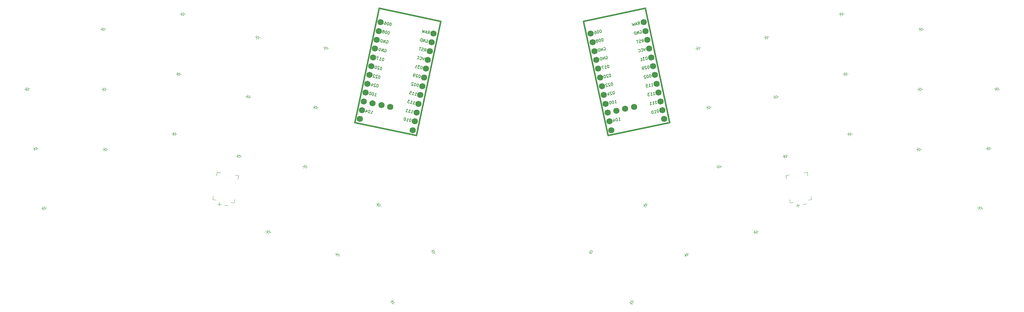
<source format=gbr>
%TF.GenerationSoftware,KiCad,Pcbnew,9.0.2*%
%TF.CreationDate,2025-07-07T14:02:59-04:00*%
%TF.ProjectId,routed_banana_split,726f7574-6564-45f6-9261-6e616e615f73,0.0.1*%
%TF.SameCoordinates,Original*%
%TF.FileFunction,Legend,Bot*%
%TF.FilePolarity,Positive*%
%FSLAX46Y46*%
G04 Gerber Fmt 4.6, Leading zero omitted, Abs format (unit mm)*
G04 Created by KiCad (PCBNEW 9.0.2) date 2025-07-07 14:02:59*
%MOMM*%
%LPD*%
G01*
G04 APERTURE LIST*
%ADD10C,0.150000*%
%ADD11C,0.100000*%
%ADD12C,0.381000*%
%ADD13C,0.120000*%
%ADD14C,1.752600*%
G04 APERTURE END LIST*
D10*
X244415386Y-101623511D02*
X244340860Y-101639352D01*
X244340860Y-101639352D02*
X244274255Y-101692456D01*
X244274255Y-101692456D02*
X244244913Y-101737639D01*
X244244913Y-101737639D02*
X244223491Y-101820085D01*
X244223491Y-101820085D02*
X244217910Y-101977057D01*
X244217910Y-101977057D02*
X244257512Y-102163370D01*
X244257512Y-102163370D02*
X244326456Y-102304501D01*
X244326456Y-102304501D02*
X244379560Y-102371106D01*
X244379560Y-102371106D02*
X244424743Y-102400448D01*
X244424743Y-102400448D02*
X244507189Y-102421870D01*
X244507189Y-102421870D02*
X244581715Y-102406029D01*
X244581715Y-102406029D02*
X244648320Y-102352926D01*
X244648320Y-102352926D02*
X244677662Y-102307743D01*
X244677662Y-102307743D02*
X244699084Y-102225297D01*
X244699084Y-102225297D02*
X244704665Y-102068325D01*
X244704665Y-102068325D02*
X244665063Y-101882011D01*
X244665063Y-101882011D02*
X244596118Y-101740881D01*
X244596118Y-101740881D02*
X244543015Y-101674276D01*
X244543015Y-101674276D02*
X244497831Y-101644933D01*
X244497831Y-101644933D02*
X244415386Y-101623511D01*
X243670130Y-101781920D02*
X243595604Y-101797761D01*
X243595604Y-101797761D02*
X243528999Y-101850865D01*
X243528999Y-101850865D02*
X243499657Y-101896048D01*
X243499657Y-101896048D02*
X243478235Y-101978494D01*
X243478235Y-101978494D02*
X243472654Y-102135466D01*
X243472654Y-102135466D02*
X243512256Y-102321779D01*
X243512256Y-102321779D02*
X243581201Y-102462910D01*
X243581201Y-102462910D02*
X243634305Y-102529515D01*
X243634305Y-102529515D02*
X243679488Y-102558857D01*
X243679488Y-102558857D02*
X243761934Y-102580279D01*
X243761934Y-102580279D02*
X243836459Y-102564438D01*
X243836459Y-102564438D02*
X243903064Y-102511335D01*
X243903064Y-102511335D02*
X243932407Y-102466151D01*
X243932407Y-102466151D02*
X243953829Y-102383706D01*
X243953829Y-102383706D02*
X243959410Y-102226734D01*
X243959410Y-102226734D02*
X243919807Y-102040420D01*
X243919807Y-102040420D02*
X243850863Y-101899290D01*
X243850863Y-101899290D02*
X243797759Y-101832684D01*
X243797759Y-101832684D02*
X243752576Y-101803342D01*
X243752576Y-101803342D02*
X243670130Y-101781920D01*
X242738561Y-101979931D02*
X242887612Y-101948250D01*
X242887612Y-101948250D02*
X242970058Y-101969672D01*
X242970058Y-101969672D02*
X243015241Y-101999014D01*
X243015241Y-101999014D02*
X243113528Y-102094961D01*
X243113528Y-102094961D02*
X243182472Y-102236092D01*
X243182472Y-102236092D02*
X243245836Y-102534194D01*
X243245836Y-102534194D02*
X243224414Y-102616640D01*
X243224414Y-102616640D02*
X243195072Y-102661823D01*
X243195072Y-102661823D02*
X243128467Y-102714927D01*
X243128467Y-102714927D02*
X242979415Y-102746609D01*
X242979415Y-102746609D02*
X242896969Y-102725187D01*
X242896969Y-102725187D02*
X242851786Y-102695844D01*
X242851786Y-102695844D02*
X242798683Y-102629239D01*
X242798683Y-102629239D02*
X242759080Y-102442926D01*
X242759080Y-102442926D02*
X242780502Y-102360480D01*
X242780502Y-102360480D02*
X242809845Y-102315296D01*
X242809845Y-102315296D02*
X242876450Y-102262193D01*
X242876450Y-102262193D02*
X243025501Y-102230511D01*
X243025501Y-102230511D02*
X243107947Y-102251933D01*
X243107947Y-102251933D02*
X243153130Y-102281275D01*
X243153130Y-102281275D02*
X243206234Y-102347880D01*
X257360148Y-109258995D02*
X257285622Y-109274836D01*
X257285622Y-109274836D02*
X257219017Y-109327940D01*
X257219017Y-109327940D02*
X257189675Y-109373123D01*
X257189675Y-109373123D02*
X257168253Y-109455569D01*
X257168253Y-109455569D02*
X257162672Y-109612541D01*
X257162672Y-109612541D02*
X257202274Y-109798854D01*
X257202274Y-109798854D02*
X257271218Y-109939985D01*
X257271218Y-109939985D02*
X257324322Y-110006590D01*
X257324322Y-110006590D02*
X257369505Y-110035932D01*
X257369505Y-110035932D02*
X257451951Y-110057354D01*
X257451951Y-110057354D02*
X257526477Y-110041513D01*
X257526477Y-110041513D02*
X257593082Y-109988410D01*
X257593082Y-109988410D02*
X257622424Y-109943227D01*
X257622424Y-109943227D02*
X257643846Y-109860781D01*
X257643846Y-109860781D02*
X257649427Y-109703809D01*
X257649427Y-109703809D02*
X257609825Y-109517495D01*
X257609825Y-109517495D02*
X257540880Y-109376365D01*
X257540880Y-109376365D02*
X257487777Y-109309760D01*
X257487777Y-109309760D02*
X257442593Y-109280417D01*
X257442593Y-109280417D02*
X257360148Y-109258995D01*
X256838469Y-109369882D02*
X256354053Y-109472847D01*
X256354053Y-109472847D02*
X256678256Y-109715506D01*
X256678256Y-109715506D02*
X256566467Y-109739268D01*
X256566467Y-109739268D02*
X256499862Y-109792371D01*
X256499862Y-109792371D02*
X256470520Y-109837555D01*
X256470520Y-109837555D02*
X256449098Y-109920001D01*
X256449098Y-109920001D02*
X256488700Y-110106314D01*
X256488700Y-110106314D02*
X256541804Y-110172919D01*
X256541804Y-110172919D02*
X256586987Y-110202262D01*
X256586987Y-110202262D02*
X256669433Y-110223684D01*
X256669433Y-110223684D02*
X256893010Y-110176161D01*
X256893010Y-110176161D02*
X256959615Y-110123057D01*
X256959615Y-110123057D02*
X256988957Y-110077874D01*
X255775126Y-110413774D02*
X256222280Y-110318729D01*
X255998703Y-110366252D02*
X255832374Y-109583734D01*
X255832374Y-109583734D02*
X255930661Y-109679681D01*
X255930661Y-109679681D02*
X256021027Y-109738366D01*
X256021027Y-109738366D02*
X256103473Y-109759788D01*
X258849924Y-117550442D02*
X259297078Y-117455396D01*
X259073501Y-117502919D02*
X258907172Y-116720401D01*
X258907172Y-116720401D02*
X259005459Y-116816348D01*
X259005459Y-116816348D02*
X259095825Y-116875033D01*
X259095825Y-116875033D02*
X259178271Y-116896455D01*
X258104669Y-117708850D02*
X258551822Y-117613805D01*
X258328246Y-117661328D02*
X258161916Y-116878810D01*
X258161916Y-116878810D02*
X258260203Y-116974757D01*
X258260203Y-116974757D02*
X258350569Y-117033442D01*
X258350569Y-117033442D02*
X258433015Y-117054864D01*
X257230347Y-117076821D02*
X257602974Y-116997616D01*
X257602974Y-116997616D02*
X257719442Y-117362324D01*
X257719442Y-117362324D02*
X257674258Y-117332981D01*
X257674258Y-117332981D02*
X257591813Y-117311559D01*
X257591813Y-117311559D02*
X257405499Y-117351162D01*
X257405499Y-117351162D02*
X257338894Y-117404265D01*
X257338894Y-117404265D02*
X257309551Y-117449449D01*
X257309551Y-117449449D02*
X257288129Y-117531895D01*
X257288129Y-117531895D02*
X257327732Y-117718208D01*
X257327732Y-117718208D02*
X257380835Y-117784813D01*
X257380835Y-117784813D02*
X257426018Y-117814156D01*
X257426018Y-117814156D02*
X257508464Y-117835578D01*
X257508464Y-117835578D02*
X257694778Y-117795975D01*
X257694778Y-117795975D02*
X257761383Y-117742872D01*
X257761383Y-117742872D02*
X257790726Y-117697689D01*
X247590197Y-116559822D02*
X247515671Y-116575663D01*
X247515671Y-116575663D02*
X247449066Y-116628767D01*
X247449066Y-116628767D02*
X247419724Y-116673950D01*
X247419724Y-116673950D02*
X247398302Y-116756396D01*
X247398302Y-116756396D02*
X247392721Y-116913368D01*
X247392721Y-116913368D02*
X247432323Y-117099681D01*
X247432323Y-117099681D02*
X247501267Y-117240812D01*
X247501267Y-117240812D02*
X247554371Y-117307417D01*
X247554371Y-117307417D02*
X247599554Y-117336759D01*
X247599554Y-117336759D02*
X247682000Y-117358181D01*
X247682000Y-117358181D02*
X247756526Y-117342340D01*
X247756526Y-117342340D02*
X247823131Y-117289237D01*
X247823131Y-117289237D02*
X247852473Y-117244054D01*
X247852473Y-117244054D02*
X247873895Y-117161608D01*
X247873895Y-117161608D02*
X247879476Y-117004636D01*
X247879476Y-117004636D02*
X247839874Y-116818322D01*
X247839874Y-116818322D02*
X247770929Y-116677192D01*
X247770929Y-116677192D02*
X247717826Y-116610587D01*
X247717826Y-116610587D02*
X247672642Y-116581244D01*
X247672642Y-116581244D02*
X247590197Y-116559822D01*
X247047096Y-116753155D02*
X247001912Y-116723812D01*
X247001912Y-116723812D02*
X246919466Y-116702390D01*
X246919466Y-116702390D02*
X246733153Y-116741993D01*
X246733153Y-116741993D02*
X246666548Y-116795096D01*
X246666548Y-116795096D02*
X246637205Y-116840279D01*
X246637205Y-116840279D02*
X246615783Y-116922725D01*
X246615783Y-116922725D02*
X246631624Y-116997251D01*
X246631624Y-116997251D02*
X246692648Y-117101119D01*
X246692648Y-117101119D02*
X247234847Y-117453227D01*
X247234847Y-117453227D02*
X246750431Y-117556192D01*
X246301840Y-116911564D02*
X246256657Y-116882221D01*
X246256657Y-116882221D02*
X246174211Y-116860799D01*
X246174211Y-116860799D02*
X245987897Y-116900402D01*
X245987897Y-116900402D02*
X245921292Y-116953505D01*
X245921292Y-116953505D02*
X245891950Y-116998688D01*
X245891950Y-116998688D02*
X245870528Y-117081134D01*
X245870528Y-117081134D02*
X245886369Y-117155660D01*
X245886369Y-117155660D02*
X245947393Y-117259528D01*
X245947393Y-117259528D02*
X246489591Y-117611636D01*
X246489591Y-117611636D02*
X246005175Y-117714601D01*
X256165987Y-105137204D02*
X256347622Y-104709133D01*
X256613141Y-105042158D02*
X256446811Y-104259640D01*
X256446811Y-104259640D02*
X256148709Y-104323004D01*
X256148709Y-104323004D02*
X256082104Y-104376107D01*
X256082104Y-104376107D02*
X256052762Y-104421291D01*
X256052762Y-104421291D02*
X256031340Y-104503737D01*
X256031340Y-104503737D02*
X256055101Y-104615525D01*
X256055101Y-104615525D02*
X256108205Y-104682130D01*
X256108205Y-104682130D02*
X256153388Y-104711472D01*
X256153388Y-104711472D02*
X256235834Y-104732894D01*
X256235834Y-104732894D02*
X256533936Y-104669531D01*
X255859965Y-105163304D02*
X255756097Y-105224329D01*
X255756097Y-105224329D02*
X255569783Y-105263931D01*
X255569783Y-105263931D02*
X255487337Y-105242509D01*
X255487337Y-105242509D02*
X255442154Y-105213167D01*
X255442154Y-105213167D02*
X255389050Y-105146561D01*
X255389050Y-105146561D02*
X255373209Y-105072036D01*
X255373209Y-105072036D02*
X255394631Y-104989590D01*
X255394631Y-104989590D02*
X255423974Y-104944407D01*
X255423974Y-104944407D02*
X255490579Y-104891303D01*
X255490579Y-104891303D02*
X255631709Y-104822359D01*
X255631709Y-104822359D02*
X255698314Y-104769255D01*
X255698314Y-104769255D02*
X255727657Y-104724072D01*
X255727657Y-104724072D02*
X255749079Y-104641626D01*
X255749079Y-104641626D02*
X255733238Y-104567100D01*
X255733238Y-104567100D02*
X255680134Y-104500495D01*
X255680134Y-104500495D02*
X255634951Y-104471153D01*
X255634951Y-104471153D02*
X255552505Y-104449731D01*
X255552505Y-104449731D02*
X255366191Y-104489333D01*
X255366191Y-104489333D02*
X255262323Y-104550357D01*
X255030826Y-104560617D02*
X254583673Y-104655663D01*
X254973579Y-105390658D02*
X254807249Y-104608140D01*
X247070418Y-114114453D02*
X246995892Y-114130294D01*
X246995892Y-114130294D02*
X246929287Y-114183398D01*
X246929287Y-114183398D02*
X246899945Y-114228581D01*
X246899945Y-114228581D02*
X246878523Y-114311027D01*
X246878523Y-114311027D02*
X246872942Y-114467999D01*
X246872942Y-114467999D02*
X246912544Y-114654312D01*
X246912544Y-114654312D02*
X246981488Y-114795443D01*
X246981488Y-114795443D02*
X247034592Y-114862048D01*
X247034592Y-114862048D02*
X247079775Y-114891390D01*
X247079775Y-114891390D02*
X247162221Y-114912812D01*
X247162221Y-114912812D02*
X247236747Y-114896971D01*
X247236747Y-114896971D02*
X247303352Y-114843868D01*
X247303352Y-114843868D02*
X247332694Y-114798685D01*
X247332694Y-114798685D02*
X247354116Y-114716239D01*
X247354116Y-114716239D02*
X247359697Y-114559267D01*
X247359697Y-114559267D02*
X247320095Y-114372953D01*
X247320095Y-114372953D02*
X247251150Y-114231823D01*
X247251150Y-114231823D02*
X247198047Y-114165218D01*
X247198047Y-114165218D02*
X247152863Y-114135875D01*
X247152863Y-114135875D02*
X247070418Y-114114453D01*
X246527317Y-114307786D02*
X246482133Y-114278443D01*
X246482133Y-114278443D02*
X246399687Y-114257021D01*
X246399687Y-114257021D02*
X246213374Y-114296624D01*
X246213374Y-114296624D02*
X246146769Y-114349727D01*
X246146769Y-114349727D02*
X246117426Y-114394910D01*
X246117426Y-114394910D02*
X246096004Y-114477356D01*
X246096004Y-114477356D02*
X246111845Y-114551882D01*
X246111845Y-114551882D02*
X246172869Y-114655750D01*
X246172869Y-114655750D02*
X246715068Y-115007858D01*
X246715068Y-115007858D02*
X246230652Y-115110823D01*
X245579906Y-114431271D02*
X245505381Y-114447112D01*
X245505381Y-114447112D02*
X245438776Y-114500216D01*
X245438776Y-114500216D02*
X245409433Y-114545399D01*
X245409433Y-114545399D02*
X245388012Y-114627845D01*
X245388012Y-114627845D02*
X245382431Y-114784816D01*
X245382431Y-114784816D02*
X245422033Y-114971130D01*
X245422033Y-114971130D02*
X245490977Y-115112261D01*
X245490977Y-115112261D02*
X245544081Y-115178866D01*
X245544081Y-115178866D02*
X245589264Y-115208208D01*
X245589264Y-115208208D02*
X245671710Y-115229630D01*
X245671710Y-115229630D02*
X245746236Y-115213789D01*
X245746236Y-115213789D02*
X245812841Y-115160686D01*
X245812841Y-115160686D02*
X245842183Y-115115502D01*
X245842183Y-115115502D02*
X245863605Y-115033056D01*
X245863605Y-115033056D02*
X245869186Y-114876085D01*
X245869186Y-114876085D02*
X245829584Y-114689771D01*
X245829584Y-114689771D02*
X245760639Y-114548641D01*
X245760639Y-114548641D02*
X245707536Y-114482035D01*
X245707536Y-114482035D02*
X245662352Y-114452693D01*
X245662352Y-114452693D02*
X245579906Y-114431271D01*
X244928927Y-104039533D02*
X244854401Y-104055374D01*
X244854401Y-104055374D02*
X244787796Y-104108478D01*
X244787796Y-104108478D02*
X244758454Y-104153661D01*
X244758454Y-104153661D02*
X244737032Y-104236107D01*
X244737032Y-104236107D02*
X244731451Y-104393079D01*
X244731451Y-104393079D02*
X244771053Y-104579392D01*
X244771053Y-104579392D02*
X244839997Y-104720523D01*
X244839997Y-104720523D02*
X244893101Y-104787128D01*
X244893101Y-104787128D02*
X244938284Y-104816470D01*
X244938284Y-104816470D02*
X245020730Y-104837892D01*
X245020730Y-104837892D02*
X245095256Y-104822051D01*
X245095256Y-104822051D02*
X245161861Y-104768948D01*
X245161861Y-104768948D02*
X245191203Y-104723765D01*
X245191203Y-104723765D02*
X245212625Y-104641319D01*
X245212625Y-104641319D02*
X245218206Y-104484347D01*
X245218206Y-104484347D02*
X245178604Y-104298033D01*
X245178604Y-104298033D02*
X245109659Y-104156903D01*
X245109659Y-104156903D02*
X245056556Y-104090298D01*
X245056556Y-104090298D02*
X245011372Y-104060955D01*
X245011372Y-104060955D02*
X244928927Y-104039533D01*
X244183671Y-104197942D02*
X244109145Y-104213783D01*
X244109145Y-104213783D02*
X244042540Y-104266887D01*
X244042540Y-104266887D02*
X244013198Y-104312070D01*
X244013198Y-104312070D02*
X243991776Y-104394516D01*
X243991776Y-104394516D02*
X243986195Y-104551488D01*
X243986195Y-104551488D02*
X244025797Y-104737801D01*
X244025797Y-104737801D02*
X244094742Y-104878932D01*
X244094742Y-104878932D02*
X244147846Y-104945537D01*
X244147846Y-104945537D02*
X244193029Y-104974879D01*
X244193029Y-104974879D02*
X244275475Y-104996301D01*
X244275475Y-104996301D02*
X244350000Y-104980460D01*
X244350000Y-104980460D02*
X244416605Y-104927357D01*
X244416605Y-104927357D02*
X244445948Y-104882173D01*
X244445948Y-104882173D02*
X244467370Y-104799728D01*
X244467370Y-104799728D02*
X244472951Y-104642756D01*
X244472951Y-104642756D02*
X244433348Y-104456442D01*
X244433348Y-104456442D02*
X244364404Y-104315312D01*
X244364404Y-104315312D02*
X244311300Y-104248706D01*
X244311300Y-104248706D02*
X244266117Y-104219364D01*
X244266117Y-104219364D02*
X244183671Y-104197942D01*
X243546962Y-104683796D02*
X243613567Y-104630692D01*
X243613567Y-104630692D02*
X243642910Y-104585509D01*
X243642910Y-104585509D02*
X243664331Y-104503063D01*
X243664331Y-104503063D02*
X243656411Y-104465800D01*
X243656411Y-104465800D02*
X243603307Y-104399195D01*
X243603307Y-104399195D02*
X243558124Y-104369853D01*
X243558124Y-104369853D02*
X243475678Y-104348431D01*
X243475678Y-104348431D02*
X243326627Y-104380113D01*
X243326627Y-104380113D02*
X243260022Y-104433216D01*
X243260022Y-104433216D02*
X243230680Y-104478399D01*
X243230680Y-104478399D02*
X243209258Y-104560845D01*
X243209258Y-104560845D02*
X243217178Y-104598108D01*
X243217178Y-104598108D02*
X243270282Y-104664713D01*
X243270282Y-104664713D02*
X243315465Y-104694056D01*
X243315465Y-104694056D02*
X243397911Y-104715477D01*
X243397911Y-104715477D02*
X243546962Y-104683796D01*
X243546962Y-104683796D02*
X243629408Y-104705218D01*
X243629408Y-104705218D02*
X243674591Y-104734560D01*
X243674591Y-104734560D02*
X243727695Y-104801165D01*
X243727695Y-104801165D02*
X243759377Y-104950216D01*
X243759377Y-104950216D02*
X243737955Y-105032662D01*
X243737955Y-105032662D02*
X243708613Y-105077845D01*
X243708613Y-105077845D02*
X243642008Y-105130949D01*
X243642008Y-105130949D02*
X243492956Y-105162631D01*
X243492956Y-105162631D02*
X243410510Y-105141209D01*
X243410510Y-105141209D02*
X243365327Y-105111866D01*
X243365327Y-105111866D02*
X243312224Y-105045261D01*
X243312224Y-105045261D02*
X243280542Y-104896210D01*
X243280542Y-104896210D02*
X243301964Y-104813764D01*
X243301964Y-104813764D02*
X243331306Y-104768581D01*
X243331306Y-104768581D02*
X243397911Y-104715477D01*
X245895804Y-109138017D02*
X245962409Y-109084914D01*
X245962409Y-109084914D02*
X246074197Y-109061152D01*
X246074197Y-109061152D02*
X246193906Y-109074654D01*
X246193906Y-109074654D02*
X246284272Y-109133338D01*
X246284272Y-109133338D02*
X246337376Y-109199944D01*
X246337376Y-109199944D02*
X246406320Y-109341074D01*
X246406320Y-109341074D02*
X246430082Y-109452862D01*
X246430082Y-109452862D02*
X246424501Y-109609834D01*
X246424501Y-109609834D02*
X246403079Y-109692280D01*
X246403079Y-109692280D02*
X246344394Y-109782646D01*
X246344394Y-109782646D02*
X246240526Y-109843670D01*
X246240526Y-109843670D02*
X246166001Y-109859511D01*
X246166001Y-109859511D02*
X246046292Y-109846010D01*
X246046292Y-109846010D02*
X246001109Y-109816668D01*
X246001109Y-109816668D02*
X245945666Y-109555828D01*
X245945666Y-109555828D02*
X246094717Y-109524146D01*
X245681585Y-109962477D02*
X245515256Y-109179959D01*
X245515256Y-109179959D02*
X245234432Y-110057523D01*
X245234432Y-110057523D02*
X245068102Y-109275004D01*
X244861804Y-110136727D02*
X244695475Y-109354209D01*
X244695475Y-109354209D02*
X244509161Y-109393811D01*
X244509161Y-109393811D02*
X244405293Y-109454835D01*
X244405293Y-109454835D02*
X244346609Y-109545202D01*
X244346609Y-109545202D02*
X244325187Y-109627648D01*
X244325187Y-109627648D02*
X244319606Y-109784619D01*
X244319606Y-109784619D02*
X244343367Y-109896407D01*
X244343367Y-109896407D02*
X244412312Y-110037538D01*
X244412312Y-110037538D02*
X244465415Y-110104143D01*
X244465415Y-110104143D02*
X244555782Y-110162828D01*
X244555782Y-110162828D02*
X244675490Y-110176329D01*
X244675490Y-110176329D02*
X244861804Y-110136727D01*
X259378019Y-120034937D02*
X259825173Y-119939891D01*
X259601596Y-119987414D02*
X259435267Y-119204896D01*
X259435267Y-119204896D02*
X259533554Y-119300843D01*
X259533554Y-119300843D02*
X259623920Y-119359528D01*
X259623920Y-119359528D02*
X259706366Y-119380950D01*
X258632764Y-120193345D02*
X259079917Y-120098300D01*
X258856341Y-120145823D02*
X258690011Y-119363305D01*
X258690011Y-119363305D02*
X258788298Y-119459252D01*
X258788298Y-119459252D02*
X258878664Y-119517937D01*
X258878664Y-119517937D02*
X258961110Y-119539359D01*
X258205595Y-119466271D02*
X257721179Y-119569236D01*
X257721179Y-119569236D02*
X258045382Y-119811895D01*
X258045382Y-119811895D02*
X257933594Y-119835657D01*
X257933594Y-119835657D02*
X257866989Y-119888760D01*
X257866989Y-119888760D02*
X257837646Y-119933944D01*
X257837646Y-119933944D02*
X257816224Y-120016390D01*
X257816224Y-120016390D02*
X257855827Y-120202703D01*
X257855827Y-120202703D02*
X257908930Y-120269308D01*
X257908930Y-120269308D02*
X257954113Y-120298651D01*
X257954113Y-120298651D02*
X258036559Y-120320073D01*
X258036559Y-120320073D02*
X258260136Y-120272550D01*
X258260136Y-120272550D02*
X258326741Y-120219446D01*
X258326741Y-120219446D02*
X258356083Y-120174263D01*
X258416339Y-114227985D02*
X258341813Y-114243826D01*
X258341813Y-114243826D02*
X258275208Y-114296930D01*
X258275208Y-114296930D02*
X258245866Y-114342113D01*
X258245866Y-114342113D02*
X258224444Y-114424559D01*
X258224444Y-114424559D02*
X258218863Y-114581531D01*
X258218863Y-114581531D02*
X258258465Y-114767844D01*
X258258465Y-114767844D02*
X258327409Y-114908975D01*
X258327409Y-114908975D02*
X258380513Y-114975580D01*
X258380513Y-114975580D02*
X258425696Y-115004922D01*
X258425696Y-115004922D02*
X258508142Y-115026344D01*
X258508142Y-115026344D02*
X258582668Y-115010503D01*
X258582668Y-115010503D02*
X258649273Y-114957400D01*
X258649273Y-114957400D02*
X258678615Y-114912217D01*
X258678615Y-114912217D02*
X258700037Y-114829771D01*
X258700037Y-114829771D02*
X258705618Y-114672799D01*
X258705618Y-114672799D02*
X258666016Y-114486485D01*
X258666016Y-114486485D02*
X258597071Y-114345355D01*
X258597071Y-114345355D02*
X258543968Y-114278750D01*
X258543968Y-114278750D02*
X258498784Y-114249407D01*
X258498784Y-114249407D02*
X258416339Y-114227985D01*
X257671083Y-114386394D02*
X257596557Y-114402235D01*
X257596557Y-114402235D02*
X257529952Y-114455339D01*
X257529952Y-114455339D02*
X257500610Y-114500522D01*
X257500610Y-114500522D02*
X257479188Y-114582968D01*
X257479188Y-114582968D02*
X257473607Y-114739940D01*
X257473607Y-114739940D02*
X257513209Y-114926253D01*
X257513209Y-114926253D02*
X257582154Y-115067384D01*
X257582154Y-115067384D02*
X257635258Y-115133989D01*
X257635258Y-115133989D02*
X257680441Y-115163331D01*
X257680441Y-115163331D02*
X257762887Y-115184753D01*
X257762887Y-115184753D02*
X257837412Y-115168912D01*
X257837412Y-115168912D02*
X257904017Y-115115809D01*
X257904017Y-115115809D02*
X257933360Y-115070625D01*
X257933360Y-115070625D02*
X257954782Y-114988180D01*
X257954782Y-114988180D02*
X257960363Y-114831208D01*
X257960363Y-114831208D02*
X257920760Y-114644894D01*
X257920760Y-114644894D02*
X257851816Y-114503764D01*
X257851816Y-114503764D02*
X257798712Y-114437158D01*
X257798712Y-114437158D02*
X257753529Y-114407816D01*
X257753529Y-114407816D02*
X257671083Y-114386394D01*
X257127982Y-114579727D02*
X257082799Y-114550384D01*
X257082799Y-114550384D02*
X257000353Y-114528962D01*
X257000353Y-114528962D02*
X256814039Y-114568565D01*
X256814039Y-114568565D02*
X256747434Y-114621668D01*
X256747434Y-114621668D02*
X256718092Y-114666851D01*
X256718092Y-114666851D02*
X256696670Y-114749297D01*
X256696670Y-114749297D02*
X256712511Y-114823823D01*
X256712511Y-114823823D02*
X256773535Y-114927691D01*
X256773535Y-114927691D02*
X257315733Y-115279799D01*
X257315733Y-115279799D02*
X256831317Y-115382764D01*
X245367708Y-106653523D02*
X245434313Y-106600420D01*
X245434313Y-106600420D02*
X245546101Y-106576658D01*
X245546101Y-106576658D02*
X245665810Y-106590160D01*
X245665810Y-106590160D02*
X245756176Y-106648844D01*
X245756176Y-106648844D02*
X245809280Y-106715450D01*
X245809280Y-106715450D02*
X245878224Y-106856580D01*
X245878224Y-106856580D02*
X245901986Y-106968368D01*
X245901986Y-106968368D02*
X245896405Y-107125340D01*
X245896405Y-107125340D02*
X245874983Y-107207786D01*
X245874983Y-107207786D02*
X245816298Y-107298152D01*
X245816298Y-107298152D02*
X245712430Y-107359176D01*
X245712430Y-107359176D02*
X245637905Y-107375017D01*
X245637905Y-107375017D02*
X245518196Y-107361516D01*
X245518196Y-107361516D02*
X245473013Y-107332174D01*
X245473013Y-107332174D02*
X245417570Y-107071334D01*
X245417570Y-107071334D02*
X245566621Y-107039652D01*
X245153489Y-107477983D02*
X244987160Y-106695465D01*
X244987160Y-106695465D02*
X244706336Y-107573029D01*
X244706336Y-107573029D02*
X244540006Y-106790510D01*
X244333708Y-107652233D02*
X244167379Y-106869715D01*
X244167379Y-106869715D02*
X243981065Y-106909317D01*
X243981065Y-106909317D02*
X243877197Y-106970341D01*
X243877197Y-106970341D02*
X243818513Y-107060708D01*
X243818513Y-107060708D02*
X243797091Y-107143154D01*
X243797091Y-107143154D02*
X243791510Y-107300125D01*
X243791510Y-107300125D02*
X243815271Y-107411913D01*
X243815271Y-107411913D02*
X243884216Y-107553044D01*
X243884216Y-107553044D02*
X243937319Y-107619649D01*
X243937319Y-107619649D02*
X244027686Y-107678334D01*
X244027686Y-107678334D02*
X244147394Y-107691835D01*
X244147394Y-107691835D02*
X244333708Y-107652233D01*
X260528722Y-124165964D02*
X260454196Y-124181805D01*
X260454196Y-124181805D02*
X260387591Y-124234909D01*
X260387591Y-124234909D02*
X260358249Y-124280092D01*
X260358249Y-124280092D02*
X260336827Y-124362538D01*
X260336827Y-124362538D02*
X260331246Y-124519510D01*
X260331246Y-124519510D02*
X260370848Y-124705823D01*
X260370848Y-124705823D02*
X260439792Y-124846954D01*
X260439792Y-124846954D02*
X260492896Y-124913559D01*
X260492896Y-124913559D02*
X260538079Y-124942901D01*
X260538079Y-124942901D02*
X260620525Y-124964323D01*
X260620525Y-124964323D02*
X260695051Y-124948482D01*
X260695051Y-124948482D02*
X260761656Y-124895379D01*
X260761656Y-124895379D02*
X260790998Y-124850196D01*
X260790998Y-124850196D02*
X260812420Y-124767750D01*
X260812420Y-124767750D02*
X260818001Y-124610778D01*
X260818001Y-124610778D02*
X260778399Y-124424464D01*
X260778399Y-124424464D02*
X260709454Y-124283334D01*
X260709454Y-124283334D02*
X260656351Y-124216729D01*
X260656351Y-124216729D02*
X260611167Y-124187386D01*
X260611167Y-124187386D02*
X260528722Y-124165964D01*
X259688956Y-125162334D02*
X260136109Y-125067289D01*
X259912533Y-125114812D02*
X259746203Y-124332294D01*
X259746203Y-124332294D02*
X259844490Y-124428241D01*
X259844490Y-124428241D02*
X259934856Y-124486926D01*
X259934856Y-124486926D02*
X260017302Y-124508348D01*
X259038210Y-124482782D02*
X258963685Y-124498623D01*
X258963685Y-124498623D02*
X258897080Y-124551727D01*
X258897080Y-124551727D02*
X258867737Y-124596910D01*
X258867737Y-124596910D02*
X258846316Y-124679356D01*
X258846316Y-124679356D02*
X258840735Y-124836327D01*
X258840735Y-124836327D02*
X258880337Y-125022641D01*
X258880337Y-125022641D02*
X258949281Y-125163772D01*
X258949281Y-125163772D02*
X259002385Y-125230377D01*
X259002385Y-125230377D02*
X259047568Y-125259719D01*
X259047568Y-125259719D02*
X259130014Y-125281141D01*
X259130014Y-125281141D02*
X259204540Y-125265300D01*
X259204540Y-125265300D02*
X259271145Y-125212197D01*
X259271145Y-125212197D02*
X259300487Y-125167013D01*
X259300487Y-125167013D02*
X259321909Y-125084567D01*
X259321909Y-125084567D02*
X259327490Y-124927596D01*
X259327490Y-124927596D02*
X259287888Y-124741282D01*
X259287888Y-124741282D02*
X259218943Y-124600152D01*
X259218943Y-124600152D02*
X259165840Y-124533546D01*
X259165840Y-124533546D02*
X259120656Y-124504204D01*
X259120656Y-124504204D02*
X259038210Y-124482782D01*
X248112055Y-119014973D02*
X248037529Y-119030814D01*
X248037529Y-119030814D02*
X247970924Y-119083918D01*
X247970924Y-119083918D02*
X247941582Y-119129101D01*
X247941582Y-119129101D02*
X247920160Y-119211547D01*
X247920160Y-119211547D02*
X247914579Y-119368519D01*
X247914579Y-119368519D02*
X247954181Y-119554832D01*
X247954181Y-119554832D02*
X248023125Y-119695963D01*
X248023125Y-119695963D02*
X248076229Y-119762568D01*
X248076229Y-119762568D02*
X248121412Y-119791910D01*
X248121412Y-119791910D02*
X248203858Y-119813332D01*
X248203858Y-119813332D02*
X248278384Y-119797491D01*
X248278384Y-119797491D02*
X248344989Y-119744388D01*
X248344989Y-119744388D02*
X248374331Y-119699205D01*
X248374331Y-119699205D02*
X248395753Y-119616759D01*
X248395753Y-119616759D02*
X248401334Y-119459787D01*
X248401334Y-119459787D02*
X248361732Y-119273473D01*
X248361732Y-119273473D02*
X248292787Y-119132343D01*
X248292787Y-119132343D02*
X248239684Y-119065738D01*
X248239684Y-119065738D02*
X248194500Y-119036395D01*
X248194500Y-119036395D02*
X248112055Y-119014973D01*
X247568954Y-119208306D02*
X247523770Y-119178963D01*
X247523770Y-119178963D02*
X247441324Y-119157541D01*
X247441324Y-119157541D02*
X247255011Y-119197144D01*
X247255011Y-119197144D02*
X247188406Y-119250247D01*
X247188406Y-119250247D02*
X247159063Y-119295430D01*
X247159063Y-119295430D02*
X247137641Y-119377876D01*
X247137641Y-119377876D02*
X247153482Y-119452402D01*
X247153482Y-119452402D02*
X247214506Y-119556270D01*
X247214506Y-119556270D02*
X247756705Y-119908378D01*
X247756705Y-119908378D02*
X247272289Y-120011343D01*
X246490673Y-119632233D02*
X246601559Y-120153912D01*
X246613623Y-119294528D02*
X246918743Y-119813868D01*
X246918743Y-119813868D02*
X246434328Y-119916834D01*
X259906115Y-122519431D02*
X260353269Y-122424385D01*
X260129692Y-122471908D02*
X259963363Y-121689390D01*
X259963363Y-121689390D02*
X260061650Y-121785337D01*
X260061650Y-121785337D02*
X260152016Y-121844022D01*
X260152016Y-121844022D02*
X260234462Y-121865444D01*
X259160860Y-122677839D02*
X259608013Y-122582794D01*
X259384437Y-122630317D02*
X259218107Y-121847799D01*
X259218107Y-121847799D02*
X259316394Y-121943746D01*
X259316394Y-121943746D02*
X259406760Y-122002431D01*
X259406760Y-122002431D02*
X259489206Y-122023853D01*
X258415604Y-122836248D02*
X258862758Y-122741203D01*
X258639181Y-122788726D02*
X258472852Y-122006208D01*
X258472852Y-122006208D02*
X258571139Y-122102155D01*
X258571139Y-122102155D02*
X258661505Y-122160840D01*
X258661505Y-122160840D02*
X258743951Y-122182262D01*
X249601832Y-127306420D02*
X250048986Y-127211374D01*
X249825409Y-127258897D02*
X249659080Y-126476379D01*
X249659080Y-126476379D02*
X249757367Y-126572326D01*
X249757367Y-126572326D02*
X249847733Y-126631011D01*
X249847733Y-126631011D02*
X249930179Y-126652433D01*
X248951087Y-126626867D02*
X248876561Y-126642708D01*
X248876561Y-126642708D02*
X248809956Y-126695812D01*
X248809956Y-126695812D02*
X248780614Y-126740995D01*
X248780614Y-126740995D02*
X248759192Y-126823441D01*
X248759192Y-126823441D02*
X248753611Y-126980413D01*
X248753611Y-126980413D02*
X248793213Y-127166726D01*
X248793213Y-127166726D02*
X248862158Y-127307857D01*
X248862158Y-127307857D02*
X248915262Y-127374462D01*
X248915262Y-127374462D02*
X248960445Y-127403804D01*
X248960445Y-127403804D02*
X249042891Y-127425226D01*
X249042891Y-127425226D02*
X249117416Y-127409385D01*
X249117416Y-127409385D02*
X249184021Y-127356282D01*
X249184021Y-127356282D02*
X249213364Y-127311098D01*
X249213364Y-127311098D02*
X249234786Y-127228653D01*
X249234786Y-127228653D02*
X249240367Y-127071681D01*
X249240367Y-127071681D02*
X249200764Y-126885367D01*
X249200764Y-126885367D02*
X249131820Y-126744237D01*
X249131820Y-126744237D02*
X249078716Y-126677631D01*
X249078716Y-126677631D02*
X249033533Y-126648289D01*
X249033533Y-126648289D02*
X248951087Y-126626867D01*
X248074961Y-127085718D02*
X248185847Y-127607397D01*
X248197911Y-126748013D02*
X248503031Y-127267353D01*
X248503031Y-127267353D02*
X248018616Y-127370319D01*
X257888243Y-111743490D02*
X257813717Y-111759331D01*
X257813717Y-111759331D02*
X257747112Y-111812435D01*
X257747112Y-111812435D02*
X257717770Y-111857618D01*
X257717770Y-111857618D02*
X257696348Y-111940064D01*
X257696348Y-111940064D02*
X257690767Y-112097036D01*
X257690767Y-112097036D02*
X257730369Y-112283349D01*
X257730369Y-112283349D02*
X257799313Y-112424480D01*
X257799313Y-112424480D02*
X257852417Y-112491085D01*
X257852417Y-112491085D02*
X257897600Y-112520427D01*
X257897600Y-112520427D02*
X257980046Y-112541849D01*
X257980046Y-112541849D02*
X258054572Y-112526008D01*
X258054572Y-112526008D02*
X258121177Y-112472905D01*
X258121177Y-112472905D02*
X258150519Y-112427722D01*
X258150519Y-112427722D02*
X258171941Y-112345276D01*
X258171941Y-112345276D02*
X258177522Y-112188304D01*
X258177522Y-112188304D02*
X258137920Y-112001990D01*
X258137920Y-112001990D02*
X258068975Y-111860860D01*
X258068975Y-111860860D02*
X258015872Y-111794255D01*
X258015872Y-111794255D02*
X257970688Y-111764912D01*
X257970688Y-111764912D02*
X257888243Y-111743490D01*
X257345142Y-111936823D02*
X257299958Y-111907480D01*
X257299958Y-111907480D02*
X257217512Y-111886058D01*
X257217512Y-111886058D02*
X257031199Y-111925661D01*
X257031199Y-111925661D02*
X256964594Y-111978764D01*
X256964594Y-111978764D02*
X256935251Y-112023947D01*
X256935251Y-112023947D02*
X256913829Y-112106393D01*
X256913829Y-112106393D02*
X256929670Y-112180919D01*
X256929670Y-112180919D02*
X256990694Y-112284787D01*
X256990694Y-112284787D02*
X257532893Y-112636895D01*
X257532893Y-112636895D02*
X257048477Y-112739860D01*
X256675849Y-112819065D02*
X256526798Y-112850747D01*
X256526798Y-112850747D02*
X256444352Y-112829325D01*
X256444352Y-112829325D02*
X256399169Y-112799983D01*
X256399169Y-112799983D02*
X256300882Y-112704035D01*
X256300882Y-112704035D02*
X256231937Y-112562905D01*
X256231937Y-112562905D02*
X256168574Y-112264802D01*
X256168574Y-112264802D02*
X256189996Y-112182356D01*
X256189996Y-112182356D02*
X256219338Y-112137173D01*
X256219338Y-112137173D02*
X256285943Y-112084070D01*
X256285943Y-112084070D02*
X256434994Y-112052388D01*
X256434994Y-112052388D02*
X256517440Y-112073810D01*
X256517440Y-112073810D02*
X256562623Y-112103152D01*
X256562623Y-112103152D02*
X256615727Y-112169757D01*
X256615727Y-112169757D02*
X256655329Y-112356071D01*
X256655329Y-112356071D02*
X256633907Y-112438517D01*
X256633907Y-112438517D02*
X256604565Y-112483700D01*
X256604565Y-112483700D02*
X256537960Y-112536804D01*
X256537960Y-112536804D02*
X256388909Y-112568486D01*
X256388909Y-112568486D02*
X256306463Y-112547064D01*
X256306463Y-112547064D02*
X256261280Y-112517721D01*
X256261280Y-112517721D02*
X256208176Y-112451116D01*
X248545640Y-122337430D02*
X248992794Y-122242384D01*
X248769217Y-122289907D02*
X248602888Y-121507389D01*
X248602888Y-121507389D02*
X248701175Y-121603336D01*
X248701175Y-121603336D02*
X248791541Y-121662021D01*
X248791541Y-121662021D02*
X248873987Y-121683443D01*
X247894895Y-121657877D02*
X247820369Y-121673718D01*
X247820369Y-121673718D02*
X247753764Y-121726822D01*
X247753764Y-121726822D02*
X247724422Y-121772005D01*
X247724422Y-121772005D02*
X247703000Y-121854451D01*
X247703000Y-121854451D02*
X247697419Y-122011423D01*
X247697419Y-122011423D02*
X247737021Y-122197736D01*
X247737021Y-122197736D02*
X247805966Y-122338867D01*
X247805966Y-122338867D02*
X247859070Y-122405472D01*
X247859070Y-122405472D02*
X247904253Y-122434814D01*
X247904253Y-122434814D02*
X247986699Y-122456236D01*
X247986699Y-122456236D02*
X248061224Y-122440395D01*
X248061224Y-122440395D02*
X248127829Y-122387292D01*
X248127829Y-122387292D02*
X248157172Y-122342108D01*
X248157172Y-122342108D02*
X248178594Y-122259663D01*
X248178594Y-122259663D02*
X248184175Y-122102691D01*
X248184175Y-122102691D02*
X248144572Y-121916377D01*
X248144572Y-121916377D02*
X248075628Y-121775247D01*
X248075628Y-121775247D02*
X248022524Y-121708641D01*
X248022524Y-121708641D02*
X247977341Y-121679299D01*
X247977341Y-121679299D02*
X247894895Y-121657877D01*
X247149639Y-121816286D02*
X247075114Y-121832127D01*
X247075114Y-121832127D02*
X247008509Y-121885231D01*
X247008509Y-121885231D02*
X246979166Y-121930414D01*
X246979166Y-121930414D02*
X246957745Y-122012860D01*
X246957745Y-122012860D02*
X246952164Y-122169831D01*
X246952164Y-122169831D02*
X246991766Y-122356145D01*
X246991766Y-122356145D02*
X247060710Y-122497276D01*
X247060710Y-122497276D02*
X247113814Y-122563881D01*
X247113814Y-122563881D02*
X247158997Y-122593223D01*
X247158997Y-122593223D02*
X247241443Y-122614645D01*
X247241443Y-122614645D02*
X247315969Y-122598804D01*
X247315969Y-122598804D02*
X247382574Y-122545701D01*
X247382574Y-122545701D02*
X247411916Y-122500517D01*
X247411916Y-122500517D02*
X247433338Y-122418071D01*
X247433338Y-122418071D02*
X247438919Y-122261100D01*
X247438919Y-122261100D02*
X247399317Y-122074786D01*
X247399317Y-122074786D02*
X247330372Y-121933656D01*
X247330372Y-121933656D02*
X247277269Y-121867050D01*
X247277269Y-121867050D02*
X247232085Y-121837708D01*
X247232085Y-121837708D02*
X247149639Y-121816286D01*
X255516746Y-101899533D02*
X255583351Y-101846430D01*
X255583351Y-101846430D02*
X255695139Y-101822668D01*
X255695139Y-101822668D02*
X255814848Y-101836170D01*
X255814848Y-101836170D02*
X255905214Y-101894854D01*
X255905214Y-101894854D02*
X255958318Y-101961460D01*
X255958318Y-101961460D02*
X256027262Y-102102590D01*
X256027262Y-102102590D02*
X256051024Y-102214378D01*
X256051024Y-102214378D02*
X256045443Y-102371350D01*
X256045443Y-102371350D02*
X256024021Y-102453796D01*
X256024021Y-102453796D02*
X255965336Y-102544162D01*
X255965336Y-102544162D02*
X255861468Y-102605186D01*
X255861468Y-102605186D02*
X255786943Y-102621027D01*
X255786943Y-102621027D02*
X255667234Y-102607526D01*
X255667234Y-102607526D02*
X255622051Y-102578184D01*
X255622051Y-102578184D02*
X255566608Y-102317344D01*
X255566608Y-102317344D02*
X255715659Y-102285662D01*
X255302527Y-102723993D02*
X255136198Y-101941475D01*
X255136198Y-101941475D02*
X254855374Y-102819039D01*
X254855374Y-102819039D02*
X254689044Y-102036520D01*
X254482746Y-102898243D02*
X254316417Y-102115725D01*
X254316417Y-102115725D02*
X254130103Y-102155327D01*
X254130103Y-102155327D02*
X254026235Y-102216351D01*
X254026235Y-102216351D02*
X253967551Y-102306718D01*
X253967551Y-102306718D02*
X253946129Y-102389164D01*
X253946129Y-102389164D02*
X253940548Y-102546135D01*
X253940548Y-102546135D02*
X253964309Y-102657923D01*
X253964309Y-102657923D02*
X254033254Y-102799054D01*
X254033254Y-102799054D02*
X254086357Y-102865659D01*
X254086357Y-102865659D02*
X254176724Y-102924344D01*
X254176724Y-102924344D02*
X254296432Y-102937845D01*
X254296432Y-102937845D02*
X254482746Y-102898243D01*
X257092891Y-106719057D02*
X256998381Y-107557018D01*
X256998381Y-107557018D02*
X256571212Y-106829943D01*
X256013708Y-107688424D02*
X256058892Y-107717767D01*
X256058892Y-107717767D02*
X256178600Y-107731268D01*
X256178600Y-107731268D02*
X256253126Y-107715427D01*
X256253126Y-107715427D02*
X256356994Y-107654403D01*
X256356994Y-107654403D02*
X256415678Y-107564037D01*
X256415678Y-107564037D02*
X256437100Y-107481591D01*
X256437100Y-107481591D02*
X256442681Y-107324619D01*
X256442681Y-107324619D02*
X256418920Y-107212831D01*
X256418920Y-107212831D02*
X256349975Y-107071700D01*
X256349975Y-107071700D02*
X256296872Y-107005095D01*
X256296872Y-107005095D02*
X256206505Y-106946411D01*
X256206505Y-106946411D02*
X256086796Y-106932909D01*
X256086796Y-106932909D02*
X256012271Y-106948750D01*
X256012271Y-106948750D02*
X255908403Y-107009774D01*
X255908403Y-107009774D02*
X255879061Y-107054957D01*
X255231190Y-107854754D02*
X255276373Y-107884096D01*
X255276373Y-107884096D02*
X255396082Y-107897597D01*
X255396082Y-107897597D02*
X255470608Y-107881757D01*
X255470608Y-107881757D02*
X255574476Y-107820732D01*
X255574476Y-107820732D02*
X255633160Y-107730366D01*
X255633160Y-107730366D02*
X255654582Y-107647920D01*
X255654582Y-107647920D02*
X255660163Y-107490949D01*
X255660163Y-107490949D02*
X255636402Y-107379160D01*
X255636402Y-107379160D02*
X255567457Y-107238030D01*
X255567457Y-107238030D02*
X255514354Y-107171425D01*
X255514354Y-107171425D02*
X255423987Y-107112740D01*
X255423987Y-107112740D02*
X255304278Y-107099239D01*
X255304278Y-107099239D02*
X255229753Y-107115079D01*
X255229753Y-107115079D02*
X255125885Y-107176104D01*
X255125885Y-107176104D02*
X255096543Y-107221287D01*
X246529846Y-111571270D02*
X246455320Y-111587111D01*
X246455320Y-111587111D02*
X246388715Y-111640215D01*
X246388715Y-111640215D02*
X246359373Y-111685398D01*
X246359373Y-111685398D02*
X246337951Y-111767844D01*
X246337951Y-111767844D02*
X246332370Y-111924816D01*
X246332370Y-111924816D02*
X246371972Y-112111129D01*
X246371972Y-112111129D02*
X246440916Y-112252260D01*
X246440916Y-112252260D02*
X246494020Y-112318865D01*
X246494020Y-112318865D02*
X246539203Y-112348207D01*
X246539203Y-112348207D02*
X246621649Y-112369629D01*
X246621649Y-112369629D02*
X246696175Y-112353788D01*
X246696175Y-112353788D02*
X246762780Y-112300685D01*
X246762780Y-112300685D02*
X246792122Y-112255502D01*
X246792122Y-112255502D02*
X246813544Y-112173056D01*
X246813544Y-112173056D02*
X246819125Y-112016084D01*
X246819125Y-112016084D02*
X246779523Y-111829770D01*
X246779523Y-111829770D02*
X246710578Y-111688640D01*
X246710578Y-111688640D02*
X246657475Y-111622035D01*
X246657475Y-111622035D02*
X246612291Y-111592692D01*
X246612291Y-111592692D02*
X246529846Y-111571270D01*
X245690080Y-112567640D02*
X246137233Y-112472595D01*
X245913657Y-112520118D02*
X245747327Y-111737600D01*
X245747327Y-111737600D02*
X245845614Y-111833547D01*
X245845614Y-111833547D02*
X245935980Y-111892232D01*
X245935980Y-111892232D02*
X246018426Y-111913654D01*
X245262911Y-111840566D02*
X244741232Y-111951452D01*
X244741232Y-111951452D02*
X245242927Y-112662686D01*
X255109797Y-100168214D02*
X255291432Y-99740143D01*
X255556950Y-100073169D02*
X255390621Y-99290651D01*
X255390621Y-99290651D02*
X255092519Y-99354014D01*
X255092519Y-99354014D02*
X255025914Y-99407118D01*
X255025914Y-99407118D02*
X254996571Y-99452301D01*
X254996571Y-99452301D02*
X254975149Y-99534747D01*
X254975149Y-99534747D02*
X254998911Y-99646536D01*
X254998911Y-99646536D02*
X255052014Y-99713141D01*
X255052014Y-99713141D02*
X255097198Y-99742483D01*
X255097198Y-99742483D02*
X255179644Y-99763905D01*
X255179644Y-99763905D02*
X255477746Y-99700541D01*
X254764172Y-100008001D02*
X254391545Y-100087206D01*
X254886220Y-100215737D02*
X254459052Y-99488662D01*
X254459052Y-99488662D02*
X254364542Y-100326623D01*
X254011899Y-99583707D02*
X253991914Y-100405828D01*
X253991914Y-100405828D02*
X253724057Y-99878568D01*
X253724057Y-99878568D02*
X253693812Y-100469191D01*
X253693812Y-100469191D02*
X253341169Y-99726275D01*
X194091299Y-111894147D02*
X194016774Y-111878306D01*
X194016774Y-111878306D02*
X193934328Y-111899728D01*
X193934328Y-111899728D02*
X193889145Y-111929070D01*
X193889145Y-111929070D02*
X193836041Y-111995675D01*
X193836041Y-111995675D02*
X193767096Y-112136806D01*
X193767096Y-112136806D02*
X193727494Y-112323120D01*
X193727494Y-112323120D02*
X193733075Y-112480091D01*
X193733075Y-112480091D02*
X193754497Y-112562537D01*
X193754497Y-112562537D02*
X193783839Y-112607720D01*
X193783839Y-112607720D02*
X193850444Y-112660824D01*
X193850444Y-112660824D02*
X193924970Y-112676665D01*
X193924970Y-112676665D02*
X194007416Y-112655243D01*
X194007416Y-112655243D02*
X194052599Y-112625901D01*
X194052599Y-112625901D02*
X194105703Y-112559296D01*
X194105703Y-112559296D02*
X194174647Y-112418165D01*
X194174647Y-112418165D02*
X194214250Y-112231851D01*
X194214250Y-112231851D02*
X194208669Y-112074880D01*
X194208669Y-112074880D02*
X194187247Y-111992434D01*
X194187247Y-111992434D02*
X194157904Y-111947251D01*
X194157904Y-111947251D02*
X194091299Y-111894147D01*
X193569620Y-111783261D02*
X193085204Y-111680295D01*
X193085204Y-111680295D02*
X193282680Y-112033840D01*
X193282680Y-112033840D02*
X193170892Y-112010079D01*
X193170892Y-112010079D02*
X193088446Y-112031501D01*
X193088446Y-112031501D02*
X193043263Y-112060843D01*
X193043263Y-112060843D02*
X192990159Y-112127448D01*
X192990159Y-112127448D02*
X192950557Y-112313762D01*
X192950557Y-112313762D02*
X192971979Y-112396208D01*
X192971979Y-112396208D02*
X193001321Y-112441391D01*
X193001321Y-112441391D02*
X193067926Y-112494495D01*
X193067926Y-112494495D02*
X193291503Y-112542017D01*
X193291503Y-112542017D02*
X193373949Y-112520596D01*
X193373949Y-112520596D02*
X193419132Y-112491253D01*
X192173620Y-112304404D02*
X192620773Y-112399449D01*
X192397196Y-112351927D02*
X192563526Y-111569409D01*
X192563526Y-111569409D02*
X192614290Y-111697038D01*
X192614290Y-111697038D02*
X192672974Y-111787404D01*
X192672974Y-111787404D02*
X192739579Y-111840508D01*
X179663177Y-125225700D02*
X180110330Y-125320745D01*
X179886753Y-125273223D02*
X180053083Y-124490705D01*
X180053083Y-124490705D02*
X180103847Y-124618334D01*
X180103847Y-124618334D02*
X180162531Y-124708700D01*
X180162531Y-124708700D02*
X180229137Y-124761804D01*
X179345090Y-124340216D02*
X179270564Y-124324375D01*
X179270564Y-124324375D02*
X179188118Y-124345797D01*
X179188118Y-124345797D02*
X179142935Y-124375139D01*
X179142935Y-124375139D02*
X179089831Y-124441744D01*
X179089831Y-124441744D02*
X179020887Y-124582875D01*
X179020887Y-124582875D02*
X178981285Y-124769189D01*
X178981285Y-124769189D02*
X178986866Y-124926160D01*
X178986866Y-124926160D02*
X179008288Y-125008606D01*
X179008288Y-125008606D02*
X179037630Y-125053790D01*
X179037630Y-125053790D02*
X179104235Y-125106893D01*
X179104235Y-125106893D02*
X179178760Y-125122734D01*
X179178760Y-125122734D02*
X179261206Y-125101312D01*
X179261206Y-125101312D02*
X179306390Y-125071970D01*
X179306390Y-125071970D02*
X179359493Y-125005365D01*
X179359493Y-125005365D02*
X179428438Y-124864234D01*
X179428438Y-124864234D02*
X179468040Y-124677920D01*
X179468040Y-124677920D02*
X179462459Y-124520949D01*
X179462459Y-124520949D02*
X179441037Y-124438503D01*
X179441037Y-124438503D02*
X179411695Y-124393320D01*
X179411695Y-124393320D02*
X179345090Y-124340216D01*
X178358077Y-124403044D02*
X178247191Y-124924723D01*
X178607755Y-124144544D02*
X178675262Y-124743088D01*
X178675262Y-124743088D02*
X178190846Y-124640122D01*
X195400631Y-104421165D02*
X195483077Y-104399744D01*
X195483077Y-104399744D02*
X195594865Y-104423505D01*
X195594865Y-104423505D02*
X195698733Y-104484529D01*
X195698733Y-104484529D02*
X195757417Y-104574895D01*
X195757417Y-104574895D02*
X195778839Y-104657341D01*
X195778839Y-104657341D02*
X195784420Y-104814313D01*
X195784420Y-104814313D02*
X195760659Y-104926101D01*
X195760659Y-104926101D02*
X195691714Y-105067232D01*
X195691714Y-105067232D02*
X195638611Y-105133837D01*
X195638611Y-105133837D02*
X195548244Y-105192522D01*
X195548244Y-105192522D02*
X195428536Y-105206023D01*
X195428536Y-105206023D02*
X195354010Y-105190182D01*
X195354010Y-105190182D02*
X195250142Y-105129158D01*
X195250142Y-105129158D02*
X195220800Y-105083975D01*
X195220800Y-105083975D02*
X195276243Y-104823135D01*
X195276243Y-104823135D02*
X195425294Y-104854817D01*
X194869594Y-105087216D02*
X195035923Y-104304698D01*
X195035923Y-104304698D02*
X194422441Y-104992171D01*
X194422441Y-104992171D02*
X194588770Y-104209653D01*
X194049813Y-104912967D02*
X194216143Y-104130448D01*
X194216143Y-104130448D02*
X194029829Y-104090846D01*
X194029829Y-104090846D02*
X193910120Y-104104348D01*
X193910120Y-104104348D02*
X193819754Y-104163032D01*
X193819754Y-104163032D02*
X193766650Y-104229637D01*
X193766650Y-104229637D02*
X193697706Y-104370768D01*
X193697706Y-104370768D02*
X193673944Y-104482556D01*
X193673944Y-104482556D02*
X193679525Y-104639528D01*
X193679525Y-104639528D02*
X193700947Y-104721974D01*
X193700947Y-104721974D02*
X193759632Y-104812340D01*
X193759632Y-104812340D02*
X193863500Y-104873364D01*
X193863500Y-104873364D02*
X194049813Y-104912967D01*
X183256840Y-109601436D02*
X183182315Y-109585595D01*
X183182315Y-109585595D02*
X183099869Y-109607017D01*
X183099869Y-109607017D02*
X183054686Y-109636359D01*
X183054686Y-109636359D02*
X183001582Y-109702964D01*
X183001582Y-109702964D02*
X182932637Y-109844095D01*
X182932637Y-109844095D02*
X182893035Y-110030409D01*
X182893035Y-110030409D02*
X182898616Y-110187380D01*
X182898616Y-110187380D02*
X182920038Y-110269826D01*
X182920038Y-110269826D02*
X182949380Y-110315009D01*
X182949380Y-110315009D02*
X183015985Y-110368113D01*
X183015985Y-110368113D02*
X183090511Y-110383954D01*
X183090511Y-110383954D02*
X183172957Y-110362532D01*
X183172957Y-110362532D02*
X183218140Y-110333190D01*
X183218140Y-110333190D02*
X183271244Y-110266585D01*
X183271244Y-110266585D02*
X183340188Y-110125454D01*
X183340188Y-110125454D02*
X183379791Y-109939140D01*
X183379791Y-109939140D02*
X183374210Y-109782169D01*
X183374210Y-109782169D02*
X183352788Y-109699723D01*
X183352788Y-109699723D02*
X183323445Y-109654540D01*
X183323445Y-109654540D02*
X183256840Y-109601436D01*
X182084416Y-110170102D02*
X182531569Y-110265147D01*
X182307993Y-110217625D02*
X182474322Y-109435107D01*
X182474322Y-109435107D02*
X182525086Y-109562736D01*
X182525086Y-109562736D02*
X182583771Y-109653102D01*
X182583771Y-109653102D02*
X182650376Y-109706206D01*
X181989906Y-109332141D02*
X181468227Y-109221254D01*
X181468227Y-109221254D02*
X181637263Y-110075057D01*
X190922724Y-126801117D02*
X190848199Y-126785276D01*
X190848199Y-126785276D02*
X190765753Y-126806698D01*
X190765753Y-126806698D02*
X190720570Y-126836040D01*
X190720570Y-126836040D02*
X190667466Y-126902645D01*
X190667466Y-126902645D02*
X190598521Y-127043776D01*
X190598521Y-127043776D02*
X190558919Y-127230090D01*
X190558919Y-127230090D02*
X190564500Y-127387061D01*
X190564500Y-127387061D02*
X190585922Y-127469507D01*
X190585922Y-127469507D02*
X190615264Y-127514690D01*
X190615264Y-127514690D02*
X190681869Y-127567794D01*
X190681869Y-127567794D02*
X190756395Y-127583635D01*
X190756395Y-127583635D02*
X190838841Y-127562213D01*
X190838841Y-127562213D02*
X190884024Y-127532871D01*
X190884024Y-127532871D02*
X190937128Y-127466266D01*
X190937128Y-127466266D02*
X191006072Y-127325135D01*
X191006072Y-127325135D02*
X191045675Y-127138821D01*
X191045675Y-127138821D02*
X191040094Y-126981850D01*
X191040094Y-126981850D02*
X191018672Y-126899404D01*
X191018672Y-126899404D02*
X190989329Y-126854221D01*
X190989329Y-126854221D02*
X190922724Y-126801117D01*
X189750300Y-127369783D02*
X190197453Y-127464828D01*
X189973877Y-127417306D02*
X190140206Y-126634788D01*
X190140206Y-126634788D02*
X190190970Y-126762417D01*
X190190970Y-126762417D02*
X190249655Y-126852783D01*
X190249655Y-126852783D02*
X190316260Y-126905887D01*
X189432213Y-126484299D02*
X189357688Y-126468458D01*
X189357688Y-126468458D02*
X189275242Y-126489880D01*
X189275242Y-126489880D02*
X189230059Y-126519222D01*
X189230059Y-126519222D02*
X189176955Y-126585827D01*
X189176955Y-126585827D02*
X189108010Y-126726958D01*
X189108010Y-126726958D02*
X189068408Y-126913272D01*
X189068408Y-126913272D02*
X189073989Y-127070243D01*
X189073989Y-127070243D02*
X189095411Y-127152689D01*
X189095411Y-127152689D02*
X189124753Y-127197873D01*
X189124753Y-127197873D02*
X189191358Y-127250976D01*
X189191358Y-127250976D02*
X189265884Y-127266817D01*
X189265884Y-127266817D02*
X189348330Y-127245395D01*
X189348330Y-127245395D02*
X189393513Y-127216053D01*
X189393513Y-127216053D02*
X189446617Y-127149448D01*
X189446617Y-127149448D02*
X189515561Y-127008317D01*
X189515561Y-127008317D02*
X189555164Y-126822003D01*
X189555164Y-126822003D02*
X189549583Y-126665032D01*
X189549583Y-126665032D02*
X189528161Y-126582586D01*
X189528161Y-126582586D02*
X189498818Y-126537403D01*
X189498818Y-126537403D02*
X189432213Y-126484299D01*
X182196491Y-114589988D02*
X182121966Y-114574147D01*
X182121966Y-114574147D02*
X182039520Y-114595569D01*
X182039520Y-114595569D02*
X181994337Y-114624911D01*
X181994337Y-114624911D02*
X181941233Y-114691516D01*
X181941233Y-114691516D02*
X181872288Y-114832647D01*
X181872288Y-114832647D02*
X181832686Y-115018961D01*
X181832686Y-115018961D02*
X181838267Y-115175932D01*
X181838267Y-115175932D02*
X181859689Y-115258378D01*
X181859689Y-115258378D02*
X181889031Y-115303561D01*
X181889031Y-115303561D02*
X181955636Y-115356665D01*
X181955636Y-115356665D02*
X182030162Y-115372506D01*
X182030162Y-115372506D02*
X182112608Y-115351084D01*
X182112608Y-115351084D02*
X182157791Y-115321742D01*
X182157791Y-115321742D02*
X182210895Y-115255137D01*
X182210895Y-115255137D02*
X182279839Y-115114006D01*
X182279839Y-115114006D02*
X182319442Y-114927692D01*
X182319442Y-114927692D02*
X182313861Y-114770721D01*
X182313861Y-114770721D02*
X182292439Y-114688275D01*
X182292439Y-114688275D02*
X182263096Y-114643092D01*
X182263096Y-114643092D02*
X182196491Y-114589988D01*
X181621709Y-114545707D02*
X181592366Y-114500524D01*
X181592366Y-114500524D02*
X181525761Y-114447420D01*
X181525761Y-114447420D02*
X181339448Y-114407818D01*
X181339448Y-114407818D02*
X181257002Y-114429240D01*
X181257002Y-114429240D02*
X181211818Y-114458582D01*
X181211818Y-114458582D02*
X181158715Y-114525187D01*
X181158715Y-114525187D02*
X181142874Y-114599712D01*
X181142874Y-114599712D02*
X181156375Y-114719421D01*
X181156375Y-114719421D02*
X181508483Y-115261620D01*
X181508483Y-115261620D02*
X181024067Y-115158654D01*
X180876453Y-114387298D02*
X180847111Y-114342115D01*
X180847111Y-114342115D02*
X180780506Y-114289011D01*
X180780506Y-114289011D02*
X180594192Y-114249409D01*
X180594192Y-114249409D02*
X180511746Y-114270831D01*
X180511746Y-114270831D02*
X180466563Y-114300173D01*
X180466563Y-114300173D02*
X180413459Y-114366778D01*
X180413459Y-114366778D02*
X180397618Y-114441304D01*
X180397618Y-114441304D02*
X180411120Y-114561012D01*
X180411120Y-114561012D02*
X180763228Y-115103211D01*
X180763228Y-115103211D02*
X180278812Y-115000245D01*
X180719369Y-120256709D02*
X181166522Y-120351754D01*
X180942945Y-120304232D02*
X181109275Y-119521714D01*
X181109275Y-119521714D02*
X181160039Y-119649343D01*
X181160039Y-119649343D02*
X181218723Y-119739709D01*
X181218723Y-119739709D02*
X181285329Y-119792813D01*
X180401282Y-119371225D02*
X180326756Y-119355384D01*
X180326756Y-119355384D02*
X180244310Y-119376806D01*
X180244310Y-119376806D02*
X180199127Y-119406148D01*
X180199127Y-119406148D02*
X180146023Y-119472753D01*
X180146023Y-119472753D02*
X180077079Y-119613884D01*
X180077079Y-119613884D02*
X180037477Y-119800198D01*
X180037477Y-119800198D02*
X180043058Y-119957169D01*
X180043058Y-119957169D02*
X180064480Y-120039615D01*
X180064480Y-120039615D02*
X180093822Y-120084799D01*
X180093822Y-120084799D02*
X180160427Y-120137902D01*
X180160427Y-120137902D02*
X180234952Y-120153743D01*
X180234952Y-120153743D02*
X180317398Y-120132321D01*
X180317398Y-120132321D02*
X180362582Y-120102979D01*
X180362582Y-120102979D02*
X180415685Y-120036374D01*
X180415685Y-120036374D02*
X180484630Y-119895243D01*
X180484630Y-119895243D02*
X180524232Y-119708929D01*
X180524232Y-119708929D02*
X180518651Y-119551958D01*
X180518651Y-119551958D02*
X180497229Y-119469512D01*
X180497229Y-119469512D02*
X180467887Y-119424329D01*
X180467887Y-119424329D02*
X180401282Y-119371225D01*
X179656026Y-119212816D02*
X179581501Y-119196975D01*
X179581501Y-119196975D02*
X179499055Y-119218397D01*
X179499055Y-119218397D02*
X179453872Y-119247739D01*
X179453872Y-119247739D02*
X179400768Y-119314344D01*
X179400768Y-119314344D02*
X179331823Y-119455475D01*
X179331823Y-119455475D02*
X179292221Y-119641789D01*
X179292221Y-119641789D02*
X179297802Y-119798760D01*
X179297802Y-119798760D02*
X179319224Y-119881206D01*
X179319224Y-119881206D02*
X179348566Y-119926390D01*
X179348566Y-119926390D02*
X179415171Y-119979493D01*
X179415171Y-119979493D02*
X179489697Y-119995334D01*
X179489697Y-119995334D02*
X179572143Y-119973912D01*
X179572143Y-119973912D02*
X179617326Y-119944570D01*
X179617326Y-119944570D02*
X179670430Y-119877965D01*
X179670430Y-119877965D02*
X179739374Y-119736834D01*
X179739374Y-119736834D02*
X179778977Y-119550520D01*
X179778977Y-119550520D02*
X179773396Y-119393549D01*
X179773396Y-119393549D02*
X179751974Y-119311103D01*
X179751974Y-119311103D02*
X179722631Y-119265920D01*
X179722631Y-119265920D02*
X179656026Y-119212816D01*
X185371302Y-99653674D02*
X185296777Y-99637833D01*
X185296777Y-99637833D02*
X185214331Y-99659255D01*
X185214331Y-99659255D02*
X185169148Y-99688597D01*
X185169148Y-99688597D02*
X185116044Y-99755202D01*
X185116044Y-99755202D02*
X185047099Y-99896333D01*
X185047099Y-99896333D02*
X185007497Y-100082647D01*
X185007497Y-100082647D02*
X185013078Y-100239618D01*
X185013078Y-100239618D02*
X185034500Y-100322064D01*
X185034500Y-100322064D02*
X185063842Y-100367247D01*
X185063842Y-100367247D02*
X185130447Y-100420351D01*
X185130447Y-100420351D02*
X185204973Y-100436192D01*
X185204973Y-100436192D02*
X185287419Y-100414770D01*
X185287419Y-100414770D02*
X185332602Y-100385428D01*
X185332602Y-100385428D02*
X185385706Y-100318823D01*
X185385706Y-100318823D02*
X185454650Y-100177692D01*
X185454650Y-100177692D02*
X185494253Y-99991378D01*
X185494253Y-99991378D02*
X185488672Y-99834407D01*
X185488672Y-99834407D02*
X185467250Y-99751961D01*
X185467250Y-99751961D02*
X185437907Y-99706778D01*
X185437907Y-99706778D02*
X185371302Y-99653674D01*
X184626047Y-99495265D02*
X184551521Y-99479424D01*
X184551521Y-99479424D02*
X184469075Y-99500846D01*
X184469075Y-99500846D02*
X184423892Y-99530188D01*
X184423892Y-99530188D02*
X184370788Y-99596793D01*
X184370788Y-99596793D02*
X184301844Y-99737924D01*
X184301844Y-99737924D02*
X184262242Y-99924238D01*
X184262242Y-99924238D02*
X184267823Y-100081209D01*
X184267823Y-100081209D02*
X184289245Y-100163655D01*
X184289245Y-100163655D02*
X184318587Y-100208839D01*
X184318587Y-100208839D02*
X184385192Y-100261942D01*
X184385192Y-100261942D02*
X184459717Y-100277783D01*
X184459717Y-100277783D02*
X184542163Y-100256361D01*
X184542163Y-100256361D02*
X184587347Y-100227019D01*
X184587347Y-100227019D02*
X184640450Y-100160414D01*
X184640450Y-100160414D02*
X184709395Y-100019283D01*
X184709395Y-100019283D02*
X184748997Y-99832969D01*
X184748997Y-99832969D02*
X184743416Y-99675998D01*
X184743416Y-99675998D02*
X184721994Y-99593552D01*
X184721994Y-99593552D02*
X184692652Y-99548369D01*
X184692652Y-99548369D02*
X184626047Y-99495265D01*
X183694477Y-99297254D02*
X183843529Y-99328936D01*
X183843529Y-99328936D02*
X183910134Y-99382039D01*
X183910134Y-99382039D02*
X183939476Y-99427222D01*
X183939476Y-99427222D02*
X183990240Y-99554852D01*
X183990240Y-99554852D02*
X183995821Y-99711823D01*
X183995821Y-99711823D02*
X183932458Y-100009925D01*
X183932458Y-100009925D02*
X183879354Y-100076530D01*
X183879354Y-100076530D02*
X183834171Y-100105873D01*
X183834171Y-100105873D02*
X183751725Y-100127295D01*
X183751725Y-100127295D02*
X183602674Y-100095613D01*
X183602674Y-100095613D02*
X183536069Y-100042509D01*
X183536069Y-100042509D02*
X183506726Y-99997326D01*
X183506726Y-99997326D02*
X183485304Y-99914880D01*
X183485304Y-99914880D02*
X183524907Y-99728566D01*
X183524907Y-99728566D02*
X183578010Y-99661961D01*
X183578010Y-99661961D02*
X183623193Y-99632619D01*
X183623193Y-99632619D02*
X183705639Y-99611197D01*
X183705639Y-99611197D02*
X183854690Y-99642879D01*
X183854690Y-99642879D02*
X183921296Y-99695982D01*
X183921296Y-99695982D02*
X183950638Y-99741165D01*
X183950638Y-99741165D02*
X183972060Y-99823611D01*
X195733056Y-102674005D02*
X196073100Y-102356821D01*
X196180209Y-102769051D02*
X196346539Y-101986532D01*
X196346539Y-101986532D02*
X196048437Y-101923169D01*
X196048437Y-101923169D02*
X195965991Y-101944591D01*
X195965991Y-101944591D02*
X195920807Y-101973933D01*
X195920807Y-101973933D02*
X195867704Y-102040538D01*
X195867704Y-102040538D02*
X195843942Y-102152326D01*
X195843942Y-102152326D02*
X195865364Y-102234772D01*
X195865364Y-102234772D02*
X195894707Y-102279956D01*
X195894707Y-102279956D02*
X195961312Y-102333059D01*
X195961312Y-102333059D02*
X196259414Y-102396423D01*
X195482477Y-102387065D02*
X195109849Y-102307861D01*
X195509480Y-102626483D02*
X195414970Y-101788521D01*
X195414970Y-101788521D02*
X194987801Y-102515596D01*
X194967817Y-101693476D02*
X194615173Y-102436392D01*
X194615173Y-102436392D02*
X194584929Y-101845769D01*
X194584929Y-101845769D02*
X194317071Y-102373028D01*
X194317071Y-102373028D02*
X194297087Y-101550908D01*
X193563203Y-114378642D02*
X193488678Y-114362801D01*
X193488678Y-114362801D02*
X193406232Y-114384223D01*
X193406232Y-114384223D02*
X193361049Y-114413565D01*
X193361049Y-114413565D02*
X193307945Y-114480170D01*
X193307945Y-114480170D02*
X193239000Y-114621301D01*
X193239000Y-114621301D02*
X193199398Y-114807615D01*
X193199398Y-114807615D02*
X193204979Y-114964586D01*
X193204979Y-114964586D02*
X193226401Y-115047032D01*
X193226401Y-115047032D02*
X193255743Y-115092215D01*
X193255743Y-115092215D02*
X193322348Y-115145319D01*
X193322348Y-115145319D02*
X193396874Y-115161160D01*
X193396874Y-115161160D02*
X193479320Y-115139738D01*
X193479320Y-115139738D02*
X193524503Y-115110396D01*
X193524503Y-115110396D02*
X193577607Y-115043791D01*
X193577607Y-115043791D02*
X193646551Y-114902660D01*
X193646551Y-114902660D02*
X193686154Y-114716346D01*
X193686154Y-114716346D02*
X193680573Y-114559375D01*
X193680573Y-114559375D02*
X193659151Y-114476929D01*
X193659151Y-114476929D02*
X193629808Y-114431746D01*
X193629808Y-114431746D02*
X193563203Y-114378642D01*
X192988421Y-114334361D02*
X192959078Y-114289178D01*
X192959078Y-114289178D02*
X192892473Y-114236074D01*
X192892473Y-114236074D02*
X192706160Y-114196472D01*
X192706160Y-114196472D02*
X192623714Y-114217894D01*
X192623714Y-114217894D02*
X192578530Y-114247236D01*
X192578530Y-114247236D02*
X192525427Y-114313841D01*
X192525427Y-114313841D02*
X192509586Y-114388366D01*
X192509586Y-114388366D02*
X192523087Y-114508075D01*
X192523087Y-114508075D02*
X192875195Y-115050274D01*
X192875195Y-115050274D02*
X192390779Y-114947308D01*
X192018151Y-114868103D02*
X191869100Y-114836422D01*
X191869100Y-114836422D02*
X191802495Y-114783318D01*
X191802495Y-114783318D02*
X191773153Y-114738135D01*
X191773153Y-114738135D02*
X191722389Y-114610506D01*
X191722389Y-114610506D02*
X191716808Y-114453534D01*
X191716808Y-114453534D02*
X191780171Y-114155432D01*
X191780171Y-114155432D02*
X191833275Y-114088827D01*
X191833275Y-114088827D02*
X191878458Y-114059485D01*
X191878458Y-114059485D02*
X191960904Y-114038063D01*
X191960904Y-114038063D02*
X192109955Y-114069744D01*
X192109955Y-114069744D02*
X192176560Y-114122848D01*
X192176560Y-114122848D02*
X192205902Y-114168031D01*
X192205902Y-114168031D02*
X192227324Y-114250477D01*
X192227324Y-114250477D02*
X192187722Y-114436791D01*
X192187722Y-114436791D02*
X192134618Y-114503396D01*
X192134618Y-114503396D02*
X192089435Y-114532739D01*
X192089435Y-114532739D02*
X192006989Y-114554160D01*
X192006989Y-114554160D02*
X191857938Y-114522479D01*
X191857938Y-114522479D02*
X191791333Y-114469375D01*
X191791333Y-114469375D02*
X191761991Y-114424192D01*
X191761991Y-114424192D02*
X191740569Y-114341746D01*
X184857760Y-102069699D02*
X184783235Y-102053858D01*
X184783235Y-102053858D02*
X184700789Y-102075280D01*
X184700789Y-102075280D02*
X184655606Y-102104622D01*
X184655606Y-102104622D02*
X184602502Y-102171227D01*
X184602502Y-102171227D02*
X184533557Y-102312358D01*
X184533557Y-102312358D02*
X184493955Y-102498672D01*
X184493955Y-102498672D02*
X184499536Y-102655643D01*
X184499536Y-102655643D02*
X184520958Y-102738089D01*
X184520958Y-102738089D02*
X184550300Y-102783272D01*
X184550300Y-102783272D02*
X184616905Y-102836376D01*
X184616905Y-102836376D02*
X184691431Y-102852217D01*
X184691431Y-102852217D02*
X184773877Y-102830795D01*
X184773877Y-102830795D02*
X184819060Y-102801453D01*
X184819060Y-102801453D02*
X184872164Y-102734848D01*
X184872164Y-102734848D02*
X184941108Y-102593717D01*
X184941108Y-102593717D02*
X184980711Y-102407403D01*
X184980711Y-102407403D02*
X184975130Y-102250432D01*
X184975130Y-102250432D02*
X184953708Y-102167986D01*
X184953708Y-102167986D02*
X184924365Y-102122803D01*
X184924365Y-102122803D02*
X184857760Y-102069699D01*
X184112505Y-101911290D02*
X184037979Y-101895449D01*
X184037979Y-101895449D02*
X183955533Y-101916871D01*
X183955533Y-101916871D02*
X183910350Y-101946213D01*
X183910350Y-101946213D02*
X183857246Y-102012818D01*
X183857246Y-102012818D02*
X183788302Y-102153949D01*
X183788302Y-102153949D02*
X183748700Y-102340263D01*
X183748700Y-102340263D02*
X183754281Y-102497234D01*
X183754281Y-102497234D02*
X183775703Y-102579680D01*
X183775703Y-102579680D02*
X183805045Y-102624864D01*
X183805045Y-102624864D02*
X183871650Y-102677967D01*
X183871650Y-102677967D02*
X183946175Y-102693808D01*
X183946175Y-102693808D02*
X184028621Y-102672386D01*
X184028621Y-102672386D02*
X184073805Y-102643044D01*
X184073805Y-102643044D02*
X184126908Y-102576439D01*
X184126908Y-102576439D02*
X184195853Y-102435308D01*
X184195853Y-102435308D02*
X184235455Y-102248994D01*
X184235455Y-102248994D02*
X184229874Y-102092023D01*
X184229874Y-102092023D02*
X184208452Y-102009577D01*
X184208452Y-102009577D02*
X184179110Y-101964394D01*
X184179110Y-101964394D02*
X184112505Y-101911290D01*
X183333228Y-102096166D02*
X183415674Y-102074745D01*
X183415674Y-102074745D02*
X183460857Y-102045402D01*
X183460857Y-102045402D02*
X183513961Y-101978797D01*
X183513961Y-101978797D02*
X183521881Y-101941534D01*
X183521881Y-101941534D02*
X183500459Y-101859088D01*
X183500459Y-101859088D02*
X183471117Y-101813905D01*
X183471117Y-101813905D02*
X183404512Y-101760801D01*
X183404512Y-101760801D02*
X183255461Y-101729120D01*
X183255461Y-101729120D02*
X183173015Y-101750542D01*
X183173015Y-101750542D02*
X183127832Y-101779884D01*
X183127832Y-101779884D02*
X183074728Y-101846489D01*
X183074728Y-101846489D02*
X183066808Y-101883752D01*
X183066808Y-101883752D02*
X183088230Y-101966198D01*
X183088230Y-101966198D02*
X183117572Y-102011381D01*
X183117572Y-102011381D02*
X183184177Y-102064485D01*
X183184177Y-102064485D02*
X183333228Y-102096166D01*
X183333228Y-102096166D02*
X183399833Y-102149270D01*
X183399833Y-102149270D02*
X183429175Y-102194453D01*
X183429175Y-102194453D02*
X183450597Y-102276899D01*
X183450597Y-102276899D02*
X183418916Y-102425950D01*
X183418916Y-102425950D02*
X183365812Y-102492555D01*
X183365812Y-102492555D02*
X183320629Y-102521898D01*
X183320629Y-102521898D02*
X183238183Y-102543320D01*
X183238183Y-102543320D02*
X183089132Y-102511638D01*
X183089132Y-102511638D02*
X183022527Y-102458534D01*
X183022527Y-102458534D02*
X182993184Y-102413351D01*
X182993184Y-102413351D02*
X182971762Y-102330905D01*
X182971762Y-102330905D02*
X183003444Y-102181854D01*
X183003444Y-102181854D02*
X183056548Y-102115249D01*
X183056548Y-102115249D02*
X183101731Y-102085906D01*
X183101731Y-102085906D02*
X183184177Y-102064485D01*
X184195402Y-104636165D02*
X184277848Y-104614744D01*
X184277848Y-104614744D02*
X184389636Y-104638505D01*
X184389636Y-104638505D02*
X184493504Y-104699529D01*
X184493504Y-104699529D02*
X184552188Y-104789895D01*
X184552188Y-104789895D02*
X184573610Y-104872341D01*
X184573610Y-104872341D02*
X184579191Y-105029313D01*
X184579191Y-105029313D02*
X184555430Y-105141101D01*
X184555430Y-105141101D02*
X184486485Y-105282232D01*
X184486485Y-105282232D02*
X184433382Y-105348837D01*
X184433382Y-105348837D02*
X184343015Y-105407522D01*
X184343015Y-105407522D02*
X184223307Y-105421023D01*
X184223307Y-105421023D02*
X184148781Y-105405182D01*
X184148781Y-105405182D02*
X184044913Y-105344158D01*
X184044913Y-105344158D02*
X184015571Y-105298975D01*
X184015571Y-105298975D02*
X184071014Y-105038135D01*
X184071014Y-105038135D02*
X184220065Y-105069817D01*
X183664365Y-105302216D02*
X183830694Y-104519698D01*
X183830694Y-104519698D02*
X183217212Y-105207171D01*
X183217212Y-105207171D02*
X183383541Y-104424653D01*
X182844584Y-105127967D02*
X183010914Y-104345448D01*
X183010914Y-104345448D02*
X182824600Y-104305846D01*
X182824600Y-104305846D02*
X182704891Y-104319348D01*
X182704891Y-104319348D02*
X182614525Y-104378032D01*
X182614525Y-104378032D02*
X182561421Y-104444637D01*
X182561421Y-104444637D02*
X182492477Y-104585768D01*
X182492477Y-104585768D02*
X182468715Y-104697556D01*
X182468715Y-104697556D02*
X182474296Y-104854528D01*
X182474296Y-104854528D02*
X182495718Y-104936974D01*
X182495718Y-104936974D02*
X182554403Y-105027340D01*
X182554403Y-105027340D02*
X182658271Y-105088364D01*
X182658271Y-105088364D02*
X182844584Y-105127967D01*
X191551748Y-122559202D02*
X191998901Y-122654247D01*
X191775324Y-122606725D02*
X191941654Y-121824207D01*
X191941654Y-121824207D02*
X191992418Y-121951836D01*
X191992418Y-121951836D02*
X192051102Y-122042202D01*
X192051102Y-122042202D02*
X192117708Y-122095306D01*
X190806492Y-122400793D02*
X191253645Y-122495838D01*
X191030069Y-122448316D02*
X191196398Y-121665798D01*
X191196398Y-121665798D02*
X191247162Y-121793427D01*
X191247162Y-121793427D02*
X191305847Y-121883793D01*
X191305847Y-121883793D02*
X191372452Y-121936897D01*
X190711982Y-121562832D02*
X190227566Y-121459866D01*
X190227566Y-121459866D02*
X190425042Y-121813411D01*
X190425042Y-121813411D02*
X190313253Y-121789650D01*
X190313253Y-121789650D02*
X190230807Y-121811072D01*
X190230807Y-121811072D02*
X190185624Y-121840414D01*
X190185624Y-121840414D02*
X190132521Y-121907019D01*
X190132521Y-121907019D02*
X190092918Y-122093333D01*
X190092918Y-122093333D02*
X190114340Y-122175779D01*
X190114340Y-122175779D02*
X190143683Y-122220962D01*
X190143683Y-122220962D02*
X190210288Y-122274066D01*
X190210288Y-122274066D02*
X190433864Y-122321588D01*
X190433864Y-122321588D02*
X190516310Y-122300167D01*
X190516310Y-122300167D02*
X190561493Y-122270824D01*
X182716270Y-112144619D02*
X182641745Y-112128778D01*
X182641745Y-112128778D02*
X182559299Y-112150200D01*
X182559299Y-112150200D02*
X182514116Y-112179542D01*
X182514116Y-112179542D02*
X182461012Y-112246147D01*
X182461012Y-112246147D02*
X182392067Y-112387278D01*
X182392067Y-112387278D02*
X182352465Y-112573592D01*
X182352465Y-112573592D02*
X182358046Y-112730563D01*
X182358046Y-112730563D02*
X182379468Y-112813009D01*
X182379468Y-112813009D02*
X182408810Y-112858192D01*
X182408810Y-112858192D02*
X182475415Y-112911296D01*
X182475415Y-112911296D02*
X182549941Y-112927137D01*
X182549941Y-112927137D02*
X182632387Y-112905715D01*
X182632387Y-112905715D02*
X182677570Y-112876373D01*
X182677570Y-112876373D02*
X182730674Y-112809768D01*
X182730674Y-112809768D02*
X182799618Y-112668637D01*
X182799618Y-112668637D02*
X182839221Y-112482323D01*
X182839221Y-112482323D02*
X182833640Y-112325352D01*
X182833640Y-112325352D02*
X182812218Y-112242906D01*
X182812218Y-112242906D02*
X182782875Y-112197723D01*
X182782875Y-112197723D02*
X182716270Y-112144619D01*
X182141488Y-112100338D02*
X182112145Y-112055155D01*
X182112145Y-112055155D02*
X182045540Y-112002051D01*
X182045540Y-112002051D02*
X181859227Y-111962449D01*
X181859227Y-111962449D02*
X181776781Y-111983871D01*
X181776781Y-111983871D02*
X181731597Y-112013213D01*
X181731597Y-112013213D02*
X181678494Y-112079818D01*
X181678494Y-112079818D02*
X181662653Y-112154343D01*
X181662653Y-112154343D02*
X181676154Y-112274052D01*
X181676154Y-112274052D02*
X182028262Y-112816251D01*
X182028262Y-112816251D02*
X181543846Y-112713285D01*
X181225759Y-111827801D02*
X181151234Y-111811960D01*
X181151234Y-111811960D02*
X181068788Y-111833382D01*
X181068788Y-111833382D02*
X181023605Y-111862724D01*
X181023605Y-111862724D02*
X180970501Y-111929329D01*
X180970501Y-111929329D02*
X180901556Y-112070460D01*
X180901556Y-112070460D02*
X180861954Y-112256774D01*
X180861954Y-112256774D02*
X180867535Y-112413745D01*
X180867535Y-112413745D02*
X180888957Y-112496191D01*
X180888957Y-112496191D02*
X180918299Y-112541375D01*
X180918299Y-112541375D02*
X180984904Y-112594478D01*
X180984904Y-112594478D02*
X181059430Y-112610319D01*
X181059430Y-112610319D02*
X181141876Y-112588897D01*
X181141876Y-112588897D02*
X181187059Y-112559555D01*
X181187059Y-112559555D02*
X181240163Y-112492950D01*
X181240163Y-112492950D02*
X181309107Y-112351819D01*
X181309107Y-112351819D02*
X181348710Y-112165505D01*
X181348710Y-112165505D02*
X181343129Y-112008534D01*
X181343129Y-112008534D02*
X181321707Y-111926088D01*
X181321707Y-111926088D02*
X181292364Y-111880905D01*
X181292364Y-111880905D02*
X181225759Y-111827801D01*
X191023652Y-125043697D02*
X191470805Y-125138742D01*
X191247228Y-125091220D02*
X191413558Y-124308702D01*
X191413558Y-124308702D02*
X191464322Y-124436331D01*
X191464322Y-124436331D02*
X191523006Y-124526697D01*
X191523006Y-124526697D02*
X191589612Y-124579801D01*
X190278396Y-124885288D02*
X190725549Y-124980333D01*
X190501973Y-124932811D02*
X190668302Y-124150293D01*
X190668302Y-124150293D02*
X190719066Y-124277922D01*
X190719066Y-124277922D02*
X190777751Y-124368288D01*
X190777751Y-124368288D02*
X190844356Y-124421392D01*
X189533141Y-124726879D02*
X189980294Y-124821924D01*
X189756717Y-124774402D02*
X189923047Y-123991884D01*
X189923047Y-123991884D02*
X189973811Y-124119513D01*
X189973811Y-124119513D02*
X190032495Y-124209879D01*
X190032495Y-124209879D02*
X190099100Y-124262983D01*
X192079844Y-120074707D02*
X192526997Y-120169752D01*
X192303420Y-120122230D02*
X192469750Y-119339712D01*
X192469750Y-119339712D02*
X192520514Y-119467341D01*
X192520514Y-119467341D02*
X192579198Y-119557707D01*
X192579198Y-119557707D02*
X192645804Y-119610811D01*
X191334588Y-119916298D02*
X191781741Y-120011343D01*
X191558165Y-119963821D02*
X191724494Y-119181303D01*
X191724494Y-119181303D02*
X191775258Y-119308932D01*
X191775258Y-119308932D02*
X191833943Y-119399298D01*
X191833943Y-119399298D02*
X191900548Y-119452402D01*
X190792925Y-118983291D02*
X191165552Y-119062496D01*
X191165552Y-119062496D02*
X191123611Y-119443044D01*
X191123611Y-119443044D02*
X191094268Y-119397861D01*
X191094268Y-119397861D02*
X191027663Y-119344757D01*
X191027663Y-119344757D02*
X190841349Y-119305155D01*
X190841349Y-119305155D02*
X190758903Y-119326577D01*
X190758903Y-119326577D02*
X190713720Y-119355919D01*
X190713720Y-119355919D02*
X190660617Y-119422524D01*
X190660617Y-119422524D02*
X190621014Y-119608838D01*
X190621014Y-119608838D02*
X190642436Y-119691284D01*
X190642436Y-119691284D02*
X190671779Y-119736467D01*
X190671779Y-119736467D02*
X190738384Y-119789571D01*
X190738384Y-119789571D02*
X190924697Y-119829173D01*
X190924697Y-119829173D02*
X191007143Y-119807751D01*
X191007143Y-119807751D02*
X191052327Y-119778409D01*
X194676864Y-107642995D02*
X195016907Y-107325810D01*
X195124017Y-107738040D02*
X195290346Y-106955522D01*
X195290346Y-106955522D02*
X194992244Y-106892158D01*
X194992244Y-106892158D02*
X194909798Y-106913580D01*
X194909798Y-106913580D02*
X194864615Y-106942923D01*
X194864615Y-106942923D02*
X194811511Y-107009528D01*
X194811511Y-107009528D02*
X194787750Y-107121316D01*
X194787750Y-107121316D02*
X194809172Y-107203762D01*
X194809172Y-107203762D02*
X194838514Y-107248945D01*
X194838514Y-107248945D02*
X194905119Y-107302049D01*
X194905119Y-107302049D02*
X195203221Y-107365412D01*
X194386682Y-107542368D02*
X194266973Y-107555870D01*
X194266973Y-107555870D02*
X194080659Y-107516268D01*
X194080659Y-107516268D02*
X194014054Y-107463164D01*
X194014054Y-107463164D02*
X193984712Y-107417981D01*
X193984712Y-107417981D02*
X193963290Y-107335535D01*
X193963290Y-107335535D02*
X193979131Y-107261009D01*
X193979131Y-107261009D02*
X194032235Y-107194404D01*
X194032235Y-107194404D02*
X194077418Y-107165062D01*
X194077418Y-107165062D02*
X194159864Y-107143640D01*
X194159864Y-107143640D02*
X194316835Y-107138059D01*
X194316835Y-107138059D02*
X194399281Y-107116637D01*
X194399281Y-107116637D02*
X194444465Y-107087295D01*
X194444465Y-107087295D02*
X194497568Y-107020690D01*
X194497568Y-107020690D02*
X194513409Y-106946164D01*
X194513409Y-106946164D02*
X194491987Y-106863718D01*
X194491987Y-106863718D02*
X194462645Y-106818535D01*
X194462645Y-106818535D02*
X194396040Y-106765431D01*
X194396040Y-106765431D02*
X194209726Y-106725829D01*
X194209726Y-106725829D02*
X194090017Y-106739331D01*
X193874361Y-106654545D02*
X193427208Y-106559500D01*
X193484455Y-107389540D02*
X193650784Y-106607022D01*
X183667306Y-107120660D02*
X183749752Y-107099239D01*
X183749752Y-107099239D02*
X183861540Y-107123000D01*
X183861540Y-107123000D02*
X183965408Y-107184024D01*
X183965408Y-107184024D02*
X184024092Y-107274390D01*
X184024092Y-107274390D02*
X184045514Y-107356836D01*
X184045514Y-107356836D02*
X184051095Y-107513808D01*
X184051095Y-107513808D02*
X184027334Y-107625596D01*
X184027334Y-107625596D02*
X183958389Y-107766727D01*
X183958389Y-107766727D02*
X183905286Y-107833332D01*
X183905286Y-107833332D02*
X183814919Y-107892017D01*
X183814919Y-107892017D02*
X183695211Y-107905518D01*
X183695211Y-107905518D02*
X183620685Y-107889677D01*
X183620685Y-107889677D02*
X183516817Y-107828653D01*
X183516817Y-107828653D02*
X183487475Y-107783470D01*
X183487475Y-107783470D02*
X183542918Y-107522630D01*
X183542918Y-107522630D02*
X183691969Y-107554312D01*
X183136269Y-107786711D02*
X183302598Y-107004193D01*
X183302598Y-107004193D02*
X182689116Y-107691666D01*
X182689116Y-107691666D02*
X182855445Y-106909148D01*
X182316488Y-107612462D02*
X182482818Y-106829943D01*
X182482818Y-106829943D02*
X182296504Y-106790341D01*
X182296504Y-106790341D02*
X182176795Y-106803843D01*
X182176795Y-106803843D02*
X182086429Y-106862527D01*
X182086429Y-106862527D02*
X182033325Y-106929132D01*
X182033325Y-106929132D02*
X181964381Y-107070263D01*
X181964381Y-107070263D02*
X181940619Y-107182051D01*
X181940619Y-107182051D02*
X181946200Y-107339023D01*
X181946200Y-107339023D02*
X181967622Y-107421469D01*
X181967622Y-107421469D02*
X182026307Y-107511835D01*
X182026307Y-107511835D02*
X182130175Y-107572859D01*
X182130175Y-107572859D02*
X182316488Y-107612462D01*
X193035107Y-116863137D02*
X192960582Y-116847296D01*
X192960582Y-116847296D02*
X192878136Y-116868718D01*
X192878136Y-116868718D02*
X192832953Y-116898060D01*
X192832953Y-116898060D02*
X192779849Y-116964665D01*
X192779849Y-116964665D02*
X192710904Y-117105796D01*
X192710904Y-117105796D02*
X192671302Y-117292110D01*
X192671302Y-117292110D02*
X192676883Y-117449081D01*
X192676883Y-117449081D02*
X192698305Y-117531527D01*
X192698305Y-117531527D02*
X192727647Y-117576710D01*
X192727647Y-117576710D02*
X192794252Y-117629814D01*
X192794252Y-117629814D02*
X192868778Y-117645655D01*
X192868778Y-117645655D02*
X192951224Y-117624233D01*
X192951224Y-117624233D02*
X192996407Y-117594891D01*
X192996407Y-117594891D02*
X193049511Y-117528286D01*
X193049511Y-117528286D02*
X193118455Y-117387155D01*
X193118455Y-117387155D02*
X193158058Y-117200841D01*
X193158058Y-117200841D02*
X193152477Y-117043870D01*
X193152477Y-117043870D02*
X193131055Y-116961424D01*
X193131055Y-116961424D02*
X193101712Y-116916241D01*
X193101712Y-116916241D02*
X193035107Y-116863137D01*
X192289852Y-116704728D02*
X192215326Y-116688887D01*
X192215326Y-116688887D02*
X192132880Y-116710309D01*
X192132880Y-116710309D02*
X192087697Y-116739651D01*
X192087697Y-116739651D02*
X192034593Y-116806256D01*
X192034593Y-116806256D02*
X191965649Y-116947387D01*
X191965649Y-116947387D02*
X191926047Y-117133701D01*
X191926047Y-117133701D02*
X191931628Y-117290672D01*
X191931628Y-117290672D02*
X191953050Y-117373118D01*
X191953050Y-117373118D02*
X191982392Y-117418302D01*
X191982392Y-117418302D02*
X192048997Y-117471405D01*
X192048997Y-117471405D02*
X192123522Y-117487246D01*
X192123522Y-117487246D02*
X192205968Y-117465824D01*
X192205968Y-117465824D02*
X192251152Y-117436482D01*
X192251152Y-117436482D02*
X192304255Y-117369877D01*
X192304255Y-117369877D02*
X192373200Y-117228746D01*
X192373200Y-117228746D02*
X192412802Y-117042432D01*
X192412802Y-117042432D02*
X192407221Y-116885461D01*
X192407221Y-116885461D02*
X192385799Y-116803015D01*
X192385799Y-116803015D02*
X192356457Y-116757832D01*
X192356457Y-116757832D02*
X192289852Y-116704728D01*
X191715069Y-116660447D02*
X191685727Y-116615264D01*
X191685727Y-116615264D02*
X191619122Y-116562160D01*
X191619122Y-116562160D02*
X191432808Y-116522558D01*
X191432808Y-116522558D02*
X191350362Y-116543980D01*
X191350362Y-116543980D02*
X191305179Y-116573322D01*
X191305179Y-116573322D02*
X191252075Y-116639927D01*
X191252075Y-116639927D02*
X191236234Y-116714453D01*
X191236234Y-116714453D02*
X191249736Y-116834161D01*
X191249736Y-116834161D02*
X191601844Y-117376360D01*
X191601844Y-117376360D02*
X191117428Y-117273394D01*
X181674632Y-117045139D02*
X181600107Y-117029298D01*
X181600107Y-117029298D02*
X181517661Y-117050720D01*
X181517661Y-117050720D02*
X181472478Y-117080062D01*
X181472478Y-117080062D02*
X181419374Y-117146667D01*
X181419374Y-117146667D02*
X181350429Y-117287798D01*
X181350429Y-117287798D02*
X181310827Y-117474112D01*
X181310827Y-117474112D02*
X181316408Y-117631083D01*
X181316408Y-117631083D02*
X181337830Y-117713529D01*
X181337830Y-117713529D02*
X181367172Y-117758712D01*
X181367172Y-117758712D02*
X181433777Y-117811816D01*
X181433777Y-117811816D02*
X181508303Y-117827657D01*
X181508303Y-117827657D02*
X181590749Y-117806235D01*
X181590749Y-117806235D02*
X181635932Y-117776893D01*
X181635932Y-117776893D02*
X181689036Y-117710288D01*
X181689036Y-117710288D02*
X181757980Y-117569157D01*
X181757980Y-117569157D02*
X181797583Y-117382843D01*
X181797583Y-117382843D02*
X181792002Y-117225872D01*
X181792002Y-117225872D02*
X181770580Y-117143426D01*
X181770580Y-117143426D02*
X181741237Y-117098243D01*
X181741237Y-117098243D02*
X181674632Y-117045139D01*
X181099850Y-117000858D02*
X181070507Y-116955675D01*
X181070507Y-116955675D02*
X181003902Y-116902571D01*
X181003902Y-116902571D02*
X180817589Y-116862969D01*
X180817589Y-116862969D02*
X180735143Y-116884391D01*
X180735143Y-116884391D02*
X180689959Y-116913733D01*
X180689959Y-116913733D02*
X180636856Y-116980338D01*
X180636856Y-116980338D02*
X180621015Y-117054863D01*
X180621015Y-117054863D02*
X180634516Y-117174572D01*
X180634516Y-117174572D02*
X180986624Y-117716771D01*
X180986624Y-117716771D02*
X180502208Y-117613805D01*
X179942364Y-116949558D02*
X179831478Y-117471237D01*
X180192042Y-116691058D02*
X180259549Y-117289602D01*
X180259549Y-117289602D02*
X179775133Y-117186636D01*
X194880234Y-109465095D02*
X194453065Y-110192170D01*
X194453065Y-110192170D02*
X194358555Y-109354209D01*
X193500074Y-109911713D02*
X193529417Y-109956896D01*
X193529417Y-109956896D02*
X193633284Y-110017920D01*
X193633284Y-110017920D02*
X193707810Y-110033761D01*
X193707810Y-110033761D02*
X193827519Y-110020260D01*
X193827519Y-110020260D02*
X193917885Y-109961575D01*
X193917885Y-109961575D02*
X193970989Y-109894970D01*
X193970989Y-109894970D02*
X194039933Y-109753839D01*
X194039933Y-109753839D02*
X194063695Y-109642051D01*
X194063695Y-109642051D02*
X194058114Y-109485080D01*
X194058114Y-109485080D02*
X194036692Y-109402634D01*
X194036692Y-109402634D02*
X193978007Y-109312267D01*
X193978007Y-109312267D02*
X193874139Y-109251243D01*
X193874139Y-109251243D02*
X193799614Y-109235402D01*
X193799614Y-109235402D02*
X193679905Y-109248904D01*
X193679905Y-109248904D02*
X193634722Y-109278246D01*
X192717556Y-109745384D02*
X192746899Y-109790567D01*
X192746899Y-109790567D02*
X192850766Y-109851591D01*
X192850766Y-109851591D02*
X192925292Y-109867432D01*
X192925292Y-109867432D02*
X193045001Y-109853930D01*
X193045001Y-109853930D02*
X193135367Y-109795246D01*
X193135367Y-109795246D02*
X193188471Y-109728641D01*
X193188471Y-109728641D02*
X193257415Y-109587510D01*
X193257415Y-109587510D02*
X193281177Y-109475722D01*
X193281177Y-109475722D02*
X193275596Y-109318750D01*
X193275596Y-109318750D02*
X193254174Y-109236304D01*
X193254174Y-109236304D02*
X193195489Y-109145938D01*
X193195489Y-109145938D02*
X193091621Y-109084914D01*
X193091621Y-109084914D02*
X193017096Y-109069073D01*
X193017096Y-109069073D02*
X192897387Y-109082574D01*
X192897387Y-109082574D02*
X192852204Y-109111917D01*
D11*
%TO.C,D38*%
X252728153Y-179241503D02*
X252968879Y-178922048D01*
X252968879Y-178922048D02*
X252529629Y-178591050D01*
X252968879Y-178922048D02*
X253010514Y-178202141D01*
X252968879Y-178922048D02*
X253408128Y-179253047D01*
X253010514Y-178202141D02*
X253649422Y-178683593D01*
X253329968Y-178442867D02*
X253630875Y-178043549D01*
X253649422Y-178683593D02*
X252968879Y-178922048D01*
D12*
%TO.C,MCU2*%
X239652185Y-99188325D02*
X246517429Y-131486758D01*
X246517429Y-131486758D02*
X263908893Y-127790089D01*
X257043649Y-95491655D02*
X239652185Y-99188325D01*
X263908893Y-127790089D02*
X257043649Y-95491655D01*
D11*
%TO.C,D12*%
X147077808Y-103627811D02*
X147472883Y-103690385D01*
X147472883Y-103690385D02*
X147386844Y-104233614D01*
X147472883Y-103690385D02*
X147558922Y-103147156D01*
X147472883Y-103690385D02*
X148128070Y-103389170D01*
X148002922Y-104179321D02*
X147472883Y-103690385D01*
X148065496Y-103784246D02*
X148559340Y-103862463D01*
X148128070Y-103389170D02*
X148002922Y-104179321D01*
%TO.C,D13*%
X160441206Y-140154156D02*
X160835129Y-140223615D01*
X160835129Y-140223615D02*
X160739623Y-140765259D01*
X160835129Y-140223615D02*
X160930636Y-139681971D01*
X160835129Y-140223615D02*
X161495473Y-139933881D01*
X161356555Y-140721727D02*
X160835129Y-140223615D01*
X161426014Y-140327804D02*
X161918418Y-140414628D01*
X161495473Y-139933881D02*
X161356555Y-140721727D01*
%TO.C,D34*%
X274183593Y-123672896D02*
X274577516Y-123603437D01*
X274577516Y-123603437D02*
X274482010Y-123061793D01*
X274577516Y-123603437D02*
X274673023Y-124145081D01*
X274577516Y-123603437D02*
X275098942Y-123105325D01*
X275098942Y-123105325D02*
X275237860Y-123893171D01*
X275168401Y-123499248D02*
X275660805Y-123412424D01*
X275237860Y-123893171D02*
X274577516Y-123603437D01*
%TO.C,D35*%
X271231574Y-106931164D02*
X271625497Y-106861705D01*
X271625497Y-106861705D02*
X271529991Y-106320061D01*
X271625497Y-106861705D02*
X271721004Y-107403349D01*
X271625497Y-106861705D02*
X272146923Y-106363593D01*
X272146923Y-106363593D02*
X272285841Y-107151439D01*
X272216382Y-106757516D02*
X272708786Y-106670692D01*
X272285841Y-107151439D02*
X271625497Y-106861705D01*
%TO.C,D19*%
X181305441Y-150739007D02*
X181651851Y-150939007D01*
X181651851Y-150939007D02*
X181376851Y-151415321D01*
X181651851Y-150939007D02*
X181926851Y-150462693D01*
X181651851Y-150939007D02*
X182371466Y-150892597D01*
X181971466Y-151585417D02*
X181651851Y-150939007D01*
X182171466Y-151239007D02*
X182604479Y-151489007D01*
X182371466Y-150892597D02*
X181971466Y-151585417D01*
%TO.C,D21*%
X350722506Y-151917519D02*
X351118613Y-151973188D01*
X351118613Y-151973188D02*
X351042068Y-152517836D01*
X351118613Y-151973188D02*
X351195158Y-151428541D01*
X351118613Y-151973188D02*
X351768443Y-151660585D01*
X351657105Y-152452800D02*
X351118613Y-151973188D01*
X351712774Y-152056692D02*
X352207908Y-152126279D01*
X351768443Y-151660585D02*
X351657105Y-152452800D01*
%TO.C,D26*%
X334060368Y-101414672D02*
X334460307Y-101421653D01*
X334460307Y-101421653D02*
X334450708Y-101971569D01*
X334460307Y-101421653D02*
X334469906Y-100871736D01*
X334460307Y-101421653D02*
X335067197Y-101032185D01*
X335053235Y-101832063D02*
X334460307Y-101421653D01*
X335060216Y-101432124D02*
X335560140Y-101440850D01*
X335067197Y-101032185D02*
X335053235Y-101832063D01*
%TO.C,D5*%
X103790581Y-118438261D02*
X104190520Y-118431280D01*
X104190520Y-118431280D02*
X104180921Y-117881364D01*
X104190520Y-118431280D02*
X104200119Y-118981197D01*
X104190520Y-118431280D02*
X104783448Y-118020870D01*
X104783448Y-118020870D02*
X104797410Y-118820748D01*
X104790429Y-118420809D02*
X105290353Y-118412083D01*
X104797410Y-118820748D02*
X104190520Y-118431280D01*
%TO.C,D18*%
X185423155Y-178043549D02*
X185663881Y-178363004D01*
X185663881Y-178363004D02*
X185224631Y-178694002D01*
X185663881Y-178363004D02*
X186103130Y-178032005D01*
X185663881Y-178363004D02*
X186344424Y-178601459D01*
X185705516Y-179082911D02*
X185663881Y-178363004D01*
X186024970Y-178842185D02*
X186325877Y-179241503D01*
X186344424Y-178601459D02*
X185705516Y-179082911D01*
%TO.C,D23*%
X355454391Y-118248405D02*
X355850498Y-118304074D01*
X355850498Y-118304074D02*
X355773953Y-118848722D01*
X355850498Y-118304074D02*
X355927043Y-117759427D01*
X355850498Y-118304074D02*
X356500328Y-117991471D01*
X356388990Y-118783686D02*
X355850498Y-118304074D01*
X356444659Y-118387578D02*
X356939793Y-118457165D01*
X356500328Y-117991471D02*
X356388990Y-118783686D01*
%TO.C,D36*%
X287502230Y-158895246D02*
X287896153Y-158825787D01*
X287896153Y-158825787D02*
X287800647Y-158284143D01*
X287896153Y-158825787D02*
X287991660Y-159367431D01*
X287896153Y-158825787D02*
X288417579Y-158327675D01*
X288417579Y-158327675D02*
X288556497Y-159115521D01*
X288487038Y-158721598D02*
X288979442Y-158634774D01*
X288556497Y-159115521D02*
X287896153Y-158825787D01*
%TO.C,D39*%
X256449551Y-151489007D02*
X256795961Y-151289007D01*
X256795961Y-151289007D02*
X256520961Y-150812693D01*
X256795961Y-151289007D02*
X257070961Y-151765321D01*
X256795961Y-151289007D02*
X257115576Y-150642597D01*
X257115576Y-150642597D02*
X257515576Y-151335417D01*
X257315576Y-150989007D02*
X257748589Y-150739007D01*
X257515576Y-151335417D02*
X256795961Y-151289007D01*
%TO.C,D29*%
X311605879Y-97197865D02*
X312004905Y-97169963D01*
X312004905Y-97169963D02*
X311966539Y-96621303D01*
X312004905Y-97169963D02*
X312043271Y-97718623D01*
X312004905Y-97169963D02*
X312575540Y-96729083D01*
X312575540Y-96729083D02*
X312631346Y-97527135D01*
X312603443Y-97128109D02*
X313102225Y-97093231D01*
X312631346Y-97527135D02*
X312004905Y-97169963D01*
%TO.C,D9*%
X125951805Y-97093231D02*
X126350831Y-97121133D01*
X126350831Y-97121133D02*
X126312465Y-97669793D01*
X126350831Y-97121133D02*
X126389197Y-96572473D01*
X126350831Y-97121133D02*
X126977272Y-96763961D01*
X126921466Y-97562013D02*
X126350831Y-97121133D01*
X126949369Y-97162987D02*
X127448151Y-97197865D01*
X126977272Y-96763961D02*
X126921466Y-97562013D01*
%TO.C,D40*%
X241304947Y-164953164D02*
X241545673Y-164633709D01*
X241545673Y-164633709D02*
X241106423Y-164302711D01*
X241545673Y-164633709D02*
X241587308Y-163913802D01*
X241545673Y-164633709D02*
X241984922Y-164964708D01*
X241587308Y-163913802D02*
X242226216Y-164395254D01*
X241906762Y-164154528D02*
X242207669Y-163755210D01*
X242226216Y-164395254D02*
X241545673Y-164633709D01*
%TO.C,D16*%
X150074588Y-158634774D02*
X150468511Y-158704233D01*
X150468511Y-158704233D02*
X150373005Y-159245877D01*
X150468511Y-158704233D02*
X150564018Y-158162589D01*
X150468511Y-158704233D02*
X151128855Y-158414499D01*
X150989937Y-159202345D02*
X150468511Y-158704233D01*
X151059396Y-158808422D02*
X151551800Y-158895246D01*
X151128855Y-158414499D02*
X150989937Y-159202345D01*
%TO.C,D6*%
X103493890Y-101440850D02*
X103893829Y-101433869D01*
X103893829Y-101433869D02*
X103884230Y-100883953D01*
X103893829Y-101433869D02*
X103903428Y-101983786D01*
X103893829Y-101433869D02*
X104486757Y-101023459D01*
X104486757Y-101023459D02*
X104500719Y-101823337D01*
X104493738Y-101423398D02*
X104993662Y-101414672D01*
X104500719Y-101823337D02*
X103893829Y-101433869D01*
%TO.C,D20*%
X196846361Y-163755210D02*
X197087087Y-164074665D01*
X197087087Y-164074665D02*
X196647837Y-164405663D01*
X197087087Y-164074665D02*
X197526336Y-163743666D01*
X197087087Y-164074665D02*
X197767630Y-164313120D01*
X197128722Y-164794572D02*
X197087087Y-164074665D01*
X197448176Y-164553846D02*
X197749083Y-164953164D01*
X197767630Y-164313120D02*
X197128722Y-164794572D01*
%TO.C,D8*%
X124765945Y-114051819D02*
X125164971Y-114079721D01*
X125164971Y-114079721D02*
X125126605Y-114628381D01*
X125164971Y-114079721D02*
X125203337Y-113531061D01*
X125164971Y-114079721D02*
X125791412Y-113722549D01*
X125735606Y-114520601D02*
X125164971Y-114079721D01*
X125763509Y-114121575D02*
X126262291Y-114156453D01*
X125791412Y-113722549D02*
X125735606Y-114520601D01*
%TO.C,D7*%
X123580085Y-131010408D02*
X123979111Y-131038310D01*
X123979111Y-131038310D02*
X123940745Y-131586970D01*
X123979111Y-131038310D02*
X124017477Y-130489650D01*
X123979111Y-131038310D02*
X124605552Y-130681138D01*
X124549746Y-131479190D02*
X123979111Y-131038310D01*
X124577649Y-131080164D02*
X125076431Y-131115042D01*
X124605552Y-130681138D02*
X124549746Y-131479190D01*
%TO.C,D24*%
X333466986Y-135409493D02*
X333866925Y-135416474D01*
X333866925Y-135416474D02*
X333857326Y-135966390D01*
X333866925Y-135416474D02*
X333876524Y-134866557D01*
X333866925Y-135416474D02*
X334473815Y-135027006D01*
X334459853Y-135826884D02*
X333866925Y-135416474D01*
X334466834Y-135426945D02*
X334966758Y-135435671D01*
X334473815Y-135027006D02*
X334459853Y-135826884D01*
%TO.C,D14*%
X163393225Y-123412424D02*
X163787148Y-123481883D01*
X163787148Y-123481883D02*
X163691642Y-124023527D01*
X163787148Y-123481883D02*
X163882655Y-122940239D01*
X163787148Y-123481883D02*
X164447492Y-123192149D01*
X164308574Y-123979995D02*
X163787148Y-123481883D01*
X164378033Y-123586072D02*
X164870437Y-123672896D01*
X164447492Y-123192149D02*
X164308574Y-123979995D01*
%TO.C,D1*%
X86846122Y-152126279D02*
X87242229Y-152070610D01*
X87242229Y-152070610D02*
X87165684Y-151525962D01*
X87242229Y-152070610D02*
X87318774Y-152615257D01*
X87242229Y-152070610D02*
X87780721Y-151590998D01*
X87780721Y-151590998D02*
X87892059Y-152383213D01*
X87836390Y-151987106D02*
X88331524Y-151917519D01*
X87892059Y-152383213D02*
X87242229Y-152070610D01*
%TO.C,D17*%
X169707365Y-164827464D02*
X170053775Y-165027464D01*
X170053775Y-165027464D02*
X169778775Y-165503778D01*
X170053775Y-165027464D02*
X170328775Y-164551150D01*
X170053775Y-165027464D02*
X170773390Y-164981054D01*
X170373390Y-165673874D02*
X170053775Y-165027464D01*
X170573390Y-165327464D02*
X171006403Y-165577464D01*
X170773390Y-164981054D02*
X170373390Y-165673874D01*
%TO.C,D37*%
X268047627Y-165577464D02*
X268394037Y-165377464D01*
X268394037Y-165377464D02*
X268119037Y-164901150D01*
X268394037Y-165377464D02*
X268669037Y-165853778D01*
X268394037Y-165377464D02*
X268713652Y-164731054D01*
X268713652Y-164731054D02*
X269113652Y-165423874D01*
X268913652Y-165077464D02*
X269346665Y-164827464D01*
X269113652Y-165423874D02*
X268394037Y-165377464D01*
%TO.C,D25*%
X333763677Y-118412083D02*
X334163616Y-118419064D01*
X334163616Y-118419064D02*
X334154017Y-118968980D01*
X334163616Y-118419064D02*
X334173215Y-117869147D01*
X334163616Y-118419064D02*
X334770506Y-118029596D01*
X334756544Y-118829474D02*
X334163616Y-118419064D01*
X334763525Y-118429535D02*
X335263449Y-118438261D01*
X334770506Y-118029596D02*
X334756544Y-118829474D01*
D12*
%TO.C,MCU1*%
X175145138Y-127790089D02*
X192536602Y-131486758D01*
X182010382Y-95491655D02*
X175145138Y-127790089D01*
X192536602Y-131486758D02*
X199401846Y-99188325D01*
X199401846Y-99188325D02*
X182010382Y-95491655D01*
D11*
%TO.C,D30*%
X295813462Y-137443866D02*
X296208537Y-137381292D01*
X296208537Y-137381292D02*
X296122498Y-136838063D01*
X296208537Y-137381292D02*
X296294576Y-137924521D01*
X296208537Y-137381292D02*
X296738576Y-136892356D01*
X296738576Y-136892356D02*
X296863724Y-137682507D01*
X296801150Y-137287431D02*
X297294994Y-137209214D01*
X296863724Y-137682507D02*
X296208537Y-137381292D01*
%TO.C,D4*%
X104087272Y-135435671D02*
X104487211Y-135428690D01*
X104487211Y-135428690D02*
X104477612Y-134878774D01*
X104487211Y-135428690D02*
X104496810Y-135978607D01*
X104487211Y-135428690D02*
X105080139Y-135018280D01*
X105080139Y-135018280D02*
X105094101Y-135818158D01*
X105087120Y-135418219D02*
X105587044Y-135409493D01*
X105094101Y-135818158D02*
X104487211Y-135428690D01*
%TO.C,D15*%
X166345244Y-106670692D02*
X166739167Y-106740151D01*
X166739167Y-106740151D02*
X166643661Y-107281795D01*
X166739167Y-106740151D02*
X166834674Y-106198507D01*
X166739167Y-106740151D02*
X167399511Y-106450417D01*
X167260593Y-107238263D02*
X166739167Y-106740151D01*
X167330052Y-106844340D02*
X167822456Y-106931164D01*
X167399511Y-106450417D02*
X167260593Y-107238263D01*
%TO.C,D27*%
X313977600Y-131115042D02*
X314376626Y-131087140D01*
X314376626Y-131087140D02*
X314338260Y-130538480D01*
X314376626Y-131087140D02*
X314414992Y-131635800D01*
X314376626Y-131087140D02*
X314947261Y-130646260D01*
X314947261Y-130646260D02*
X315003067Y-131444312D01*
X314975164Y-131045286D02*
X315473946Y-131010408D01*
X315003067Y-131444312D02*
X314376626Y-131087140D01*
%TO.C,D28*%
X312791740Y-114156453D02*
X313190766Y-114128551D01*
X313190766Y-114128551D02*
X313152400Y-113579891D01*
X313190766Y-114128551D02*
X313229132Y-114677211D01*
X313190766Y-114128551D02*
X313761401Y-113687671D01*
X313761401Y-113687671D02*
X313817207Y-114485723D01*
X313789304Y-114086697D02*
X314288086Y-114051819D01*
X313817207Y-114485723D02*
X313190766Y-114128551D01*
%TO.C,D3*%
X82114237Y-118457165D02*
X82510344Y-118401496D01*
X82510344Y-118401496D02*
X82433799Y-117856848D01*
X82510344Y-118401496D02*
X82586889Y-118946143D01*
X82510344Y-118401496D02*
X83048836Y-117921884D01*
X83048836Y-117921884D02*
X83160174Y-118714099D01*
X83104505Y-118317992D02*
X83599639Y-118248405D01*
X83160174Y-118714099D02*
X82510344Y-118401496D01*
%TO.C,D22*%
X353088449Y-135082962D02*
X353484556Y-135138631D01*
X353484556Y-135138631D02*
X353408011Y-135683279D01*
X353484556Y-135138631D02*
X353561101Y-134593984D01*
X353484556Y-135138631D02*
X354134386Y-134826028D01*
X354023048Y-135618243D02*
X353484556Y-135138631D01*
X354078717Y-135222135D02*
X354573851Y-135291722D01*
X354134386Y-134826028D02*
X354023048Y-135618243D01*
%TO.C,D31*%
X293154076Y-120653164D02*
X293549151Y-120590590D01*
X293549151Y-120590590D02*
X293463112Y-120047361D01*
X293549151Y-120590590D02*
X293635190Y-121133819D01*
X293549151Y-120590590D02*
X294079190Y-120101654D01*
X294079190Y-120101654D02*
X294204338Y-120891805D01*
X294141764Y-120496729D02*
X294635608Y-120418512D01*
X294204338Y-120891805D02*
X293549151Y-120590590D01*
%TO.C,D11*%
X144418422Y-120418512D02*
X144813497Y-120481086D01*
X144813497Y-120481086D02*
X144727458Y-121024315D01*
X144813497Y-120481086D02*
X144899536Y-119937857D01*
X144813497Y-120481086D02*
X145468684Y-120179871D01*
X145343536Y-120970022D02*
X144813497Y-120481086D01*
X145406110Y-120574947D02*
X145899954Y-120653164D01*
X145468684Y-120179871D02*
X145343536Y-120970022D01*
%TO.C,D32*%
X290494690Y-103862463D02*
X290889765Y-103799889D01*
X290889765Y-103799889D02*
X290803726Y-103256660D01*
X290889765Y-103799889D02*
X290975804Y-104343118D01*
X290889765Y-103799889D02*
X291419804Y-103310953D01*
X291419804Y-103310953D02*
X291544952Y-104101104D01*
X291482378Y-103706028D02*
X291976222Y-103627811D01*
X291544952Y-104101104D02*
X290889765Y-103799889D01*
%TO.C,D2*%
X84480180Y-135291722D02*
X84876287Y-135236053D01*
X84876287Y-135236053D02*
X84799742Y-134691405D01*
X84876287Y-135236053D02*
X84952832Y-135780700D01*
X84876287Y-135236053D02*
X85414779Y-134756441D01*
X85414779Y-134756441D02*
X85526117Y-135548656D01*
X85470448Y-135152549D02*
X85965582Y-135082962D01*
X85526117Y-135548656D02*
X84876287Y-135236053D01*
%TO.C,D10*%
X141759036Y-137209214D02*
X142154111Y-137271788D01*
X142154111Y-137271788D02*
X142068072Y-137815017D01*
X142154111Y-137271788D02*
X142240150Y-136728559D01*
X142154111Y-137271788D02*
X142809298Y-136970573D01*
X142684150Y-137760724D02*
X142154111Y-137271788D01*
X142746724Y-137365649D02*
X143240568Y-137443866D01*
X142809298Y-136970573D02*
X142684150Y-137760724D01*
%TO.C,D33*%
X277135612Y-140414628D02*
X277529535Y-140345169D01*
X277529535Y-140345169D02*
X277434029Y-139803525D01*
X277529535Y-140345169D02*
X277625042Y-140886813D01*
X277529535Y-140345169D02*
X278050961Y-139847057D01*
X278050961Y-139847057D02*
X278189879Y-140634903D01*
X278120420Y-140240980D02*
X278612824Y-140154156D01*
X278189879Y-140634903D02*
X277529535Y-140345169D01*
D13*
%TO.C,JST2*%
X296654588Y-142818453D02*
X296811023Y-143806143D01*
X297642277Y-142662020D02*
X296654588Y-142818453D01*
X297877906Y-150542177D02*
X297721471Y-149554489D01*
X298786579Y-150398258D02*
X297877906Y-150542177D01*
D11*
X299581394Y-151325335D02*
X300569080Y-151168901D01*
X299997018Y-150753274D02*
X300153453Y-151740962D01*
D13*
X301790568Y-142004995D02*
X302699241Y-141861076D01*
D11*
X302544457Y-150856032D02*
X301556768Y-151012466D01*
D13*
X302699241Y-141861076D02*
X302855675Y-142848764D01*
X303013885Y-149728718D02*
X303922560Y-149584798D01*
X303922560Y-149584798D02*
X303766124Y-148597110D01*
%TO.C,JST1*%
X135131470Y-149584798D02*
X135287906Y-148597110D01*
X136040145Y-149728718D02*
X135131470Y-149584798D01*
X136354789Y-141861076D02*
X136198355Y-142848764D01*
D11*
X136509573Y-150856032D02*
X137497262Y-151012466D01*
X137081635Y-150440405D02*
X136925200Y-151428093D01*
D13*
X137342477Y-142017510D02*
X136354789Y-141861076D01*
D11*
X139472636Y-151325335D02*
X138484950Y-151168901D01*
D13*
X140267451Y-150398258D02*
X141176124Y-150542177D01*
X141176124Y-150542177D02*
X141332559Y-149554489D01*
X141490768Y-142674535D02*
X142399442Y-142818453D01*
X142399442Y-142818453D02*
X142243007Y-143806143D01*
%TD*%
D14*
%TO.C,MCU2*%
X241686576Y-102651019D03*
X242214672Y-105135514D03*
X242742767Y-107620009D03*
X243270863Y-110104504D03*
X243798959Y-112588999D03*
X244327053Y-115073494D03*
X244855150Y-117557989D03*
X245383246Y-120042483D03*
X245911342Y-122526978D03*
X246439437Y-125011473D03*
X246967533Y-127495968D03*
X247495629Y-129980463D03*
X262402598Y-126811889D03*
X261874502Y-124327394D03*
X261346407Y-121842899D03*
X260818311Y-119358404D03*
X260290215Y-116873909D03*
X259762121Y-114389414D03*
X259234024Y-111904919D03*
X258705928Y-109420425D03*
X258177832Y-106935930D03*
X257649737Y-104451435D03*
X257121641Y-101966940D03*
X256593545Y-99482445D03*
X248923932Y-124483378D03*
X251408427Y-123955282D03*
X253892922Y-123427186D03*
%TD*%
%TO.C,MCU1*%
X182460486Y-99482445D03*
X181932390Y-101966940D03*
X181404294Y-104451435D03*
X180876199Y-106935930D03*
X180348103Y-109420425D03*
X179820007Y-111904919D03*
X179291910Y-114389414D03*
X178763816Y-116873909D03*
X178235720Y-119358404D03*
X177707624Y-121842899D03*
X177179529Y-124327394D03*
X176651433Y-126811889D03*
X191558402Y-129980463D03*
X192086498Y-127495968D03*
X192614594Y-125011473D03*
X193142689Y-122526978D03*
X193670785Y-120042483D03*
X194198881Y-117557989D03*
X194726978Y-115073494D03*
X195255072Y-112588999D03*
X195783168Y-110104504D03*
X196311264Y-107620009D03*
X196839359Y-105135514D03*
X197367455Y-102651019D03*
X180192119Y-122370995D03*
X182676614Y-122899090D03*
X185161109Y-123427186D03*
%TD*%
M02*

</source>
